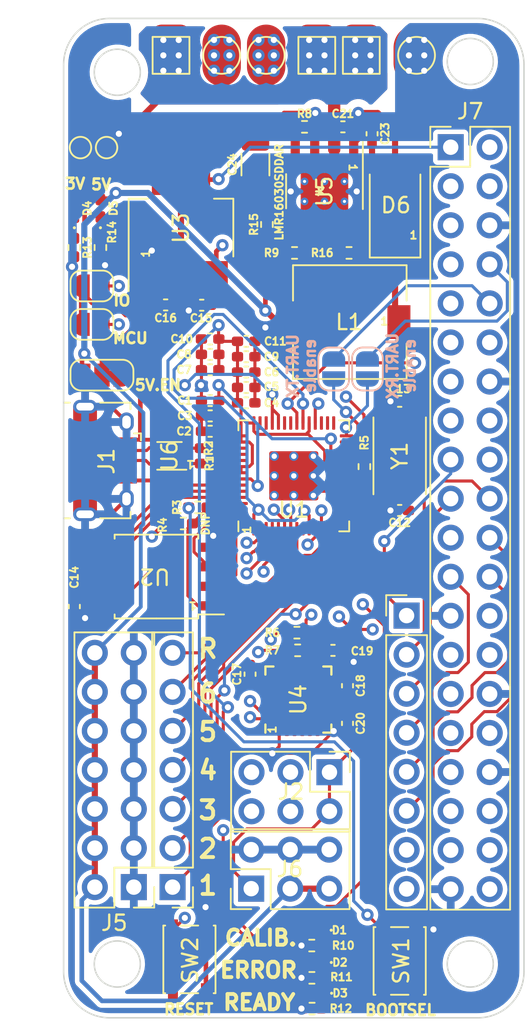
<source format=kicad_pcb>
(kicad_pcb (version 20211014) (generator pcbnew)
  (layers (0 "F.Cu" signal) (1 "In1.Cu" signal "Gnd.Cu") (2 "In2.Cu" signal "Sig.Cu") (31 "B.Cu" signal) (34 "B.Paste" user) (35 "F.Paste" user) (36 "B.SilkS" user "B.Silkscreen") (37 "F.SilkS" user "F.Silkscreen") (38 "B.Mask" user) (39 "F.Mask" user) (44 "Edge.Cuts" user))
  (net 0 "")
  (net 1 "+1V1")
  (net 2 "GND")
  (net 3 "/3V_MCU")
  (net 4 "FC_XIN")
  (net 5 "Net-(C13-Pad1)")
  (net 6 "3V3_IO")
  (net 7 "REG_5VIN")
  (net 8 "+3V3")
  (net 9 "Net-(C17-Pad1)")
  (net 10 "Net-(C18-Pad1)")
  (net 11 "VCC")
  (net 12 "Net-(C23-Pad1)")
  (net 13 "Net-(C23-Pad2)")
  (net 14 "+5V")
  (net 15 "Net-(D1-Pad1)")
  (net 16 "FC_STATUS_BLUE")
  (net 17 "Net-(D2-Pad1)")
  (net 18 "FC_STATUS_RED")
  (net 19 "Net-(D3-Pad1)")
  (net 20 "FC_STATUS_GREEN")
  (net 21 "Net-(D4-Pad1)")
  (net 22 "Net-(D5-Pad1)")
  (net 23 "FC_USB_VBUS")
  (net 24 "Net-(J1-Pad2)")
  (net 25 "Net-(J1-Pad3)")
  (net 27 "FC_UART1_TX")
  (net 28 "FC_UART1_RX")
  (net 29 "FC_UART0_TX")
  (net 30 "FC_UART0_RX")
  (net 31 "FC_SERVO_1")
  (net 32 "FC_SERVO_2")
  (net 33 "FC_SERVO_3")
  (net 34 "FC_SERVO_4")
  (net 35 "FC_SERVO_5")
  (net 36 "FC_SERVO_6")
  (net 37 "FC_RADIO_PPM")
  (net 38 "Net-(R16-Pad1)")
  (net 39 "FC_SPI0_MISO")
  (net 40 "FC_SPI0_SCK")
  (net 41 "FC_SPI0_MOSI")
  (net 42 "FC_SPI0_CS")
  (net 46 "Net-(J7-Pad8)")
  (net 48 "Net-(J7-Pad10)")
  (net 49 "DISP_RESET")
  (net 54 "DISP_VCC")
  (net 55 "DISP_BUSY")
  (net 56 "DISP_DIN")
  (net 57 "DISP_GND")
  (net 59 "DISP_DC")
  (net 60 "DISP_CLK")
  (net 61 "DISP_CS")
  (net 74 "FC_USB_D+")
  (net 75 "/USB+")
  (net 76 "FC_USB_D-")
  (net 77 "/USB-")
  (net 78 "FC_QSPI_SS")
  (net 79 "FC_BOOTSEL")
  (net 80 "FC_XOUT")
  (net 81 "FC_I2C0_SCL")
  (net 82 "FC_I2C0_SDA")
  (net 83 "Net-(R8-Pad1)")
  (net 84 "Net-(R15-Pad1)")
  (net 85 "FC_RUN")
  (net 86 "FC_SERVO_7")
  (net 87 "FC_SWCLK")
  (net 88 "FC_SWD")
  (net 89 "FC_GPIO18")
  (net 90 "FC_GPIO19")
  (net 91 "FC_GPIO20")
  (net 92 "FC_GPIO24")
  (net 93 "FC_GPIO25")
  (net 94 "FC_GPIO28_ADC2")
  (net 95 "FC_GPIO29_ADC3")
  (net 96 "FC_QSPI_SD3")
  (net 97 "FC_QSPI_SCLK")
  (net 98 "FC_QSPI_SD0")
  (net 99 "FC_QSPI_SD2")
  (net 100 "FC_QSPI_SD1")
  (footprint "Resistor_SMD:R_0402_1005Metric_Pad0.72x0.64mm_HandSolder" (layer "F.Cu") (at 112.4 58.9 -90)
    (fp_text reference "R14")
    (fp_text value "62R" hide)
  )
  (footprint "Capacitor_SMD:C_0402_1005Metric_Pad0.74x0.62mm_HandSolder" (layer "F.Cu") (at 119.55 69.85 180)
    (fp_text reference "C3")
    (fp_text value "100n" hide)
  )
  (footprint "LED_SMD:LED_0402_1005Metric_Pad0.77x0.64mm_HandSolder" (layer "F.Cu") (at 126.18 105.4 180)
    (fp_text reference "D2")
    (fp_text value "LED_R" hide)
  )
  (footprint "Resistor_SMD:R_0402_1005Metric_Pad0.72x0.64mm_HandSolder" (layer "F.Cu") (at 125.2025 83.95 180)
    (fp_text reference "R6")
    (fp_text value "4K7" hide)
  )
  (footprint "Capacitor_SMD:C_0402_1005Metric_Pad0.74x0.62mm_HandSolder" (layer "F.Cu") (at 128.2 51.05)
    (fp_text reference "C21")
    (fp_text value "4.7uF" hide)
  )
  (footprint "Capacitor_SMD:C_0402_1005Metric_Pad0.74x0.62mm_HandSolder" (layer "F.Cu") (at 119.55 64.85 180)
    (fp_text reference "C10")
    (fp_text value "100n" hide)
  )
  (footprint "Resistor_SMD:R_0402_1005Metric_Pad0.72x0.64mm_HandSolder" (layer "F.Cu") (at 125.7 51.05)
    (fp_text reference "R8")
    (fp_text value "49.9K" hide)
  )
  (footprint "Diode_SMD:D_SMA" (layer "F.Cu") (at 131.6 56.15 90)
    (fp_text reference "D6")
    (fp_text value "D_Schottky" hide)
  )
  (footprint "TestPoint:TestPoint_Pad_D1.0mm" (layer "F.Cu") (at 111.1 52.4)
    (fp_text reference "TP2" hide)
    (fp_text value "5V_BAT_Probe")
  )
  (footprint "Resistor_SMD:R_0402_1005Metric_Pad0.72x0.64mm_HandSolder" (layer "F.Cu") (at 129.6 73.15 90)
    (fp_text reference "R5")
    (fp_text value "604R" hide)
  )
  (footprint "TestPoint:TestPoint_Pad_D1.0mm" (layer "F.Cu") (at 112.8 52.4)
    (fp_text reference "TP1" hide)
    (fp_text value "GND_BAT_Probe")
  )
  (footprint "LED_SMD:LED_0402_1005Metric_Pad0.77x0.64mm_HandSolder" (layer "F.Cu") (at 126.1725 103.3 180)
    (fp_text reference "D1")
    (fp_text value "LED_B" hide)
  )
  (footprint "Resistor_SMD:R_0402_1005Metric_Pad0.72x0.64mm_HandSolder" (layer "F.Cu") (at 123.25 57.4 90)
    (fp_text reference "R15")
    (fp_text value "17.8K" hide)
  )
  (footprint "Button_Switch_SMD:SW_SPST_PTS810" (layer "F.Cu") (at 118.2 105.2 90)
    (fp_text reference "SW2")
    (fp_text value "RESET" hide)
  )
  (footprint "Resistor_SMD:R_0402_1005Metric_Pad0.72x0.64mm_HandSolder" (layer "F.Cu") (at 118.75 75.8 180)
    (fp_text reference "R3")
    (fp_text value "1k" hide)
  )
  (footprint "Capacitor_SMD:C_0402_1005Metric_Pad0.74x0.62mm_HandSolder" (layer "F.Cu") (at 127.5525 85.1 180)
    (fp_text reference "C19")
    (fp_text value "10nF" hide)
  )
  (footprint "Connector_PinHeader_2.54mm:PinHeader_2x03_P2.54mm_Vertical" (layer "F.Cu") (at 122.225 100.6 90)
    (fp_text reference "J6")
    (fp_text value "IO Power" hide)
  )
  (footprint "Button_Switch_SMD:SW_SPST_PTS810" (layer "F.Cu") (at 131.9 105.3 90)
    (fp_text reference "SW1")
    (fp_text value "BOOT_SEL" hide)
  )
  (footprint "Capacitor_SMD:C_0402_1005Metric_Pad0.74x0.62mm_HandSolder" (layer "F.Cu") (at 119.55 68.85 180)
    (fp_text reference "C1")
    (fp_text value "100n" hide)
  )
  (footprint "Capacitor_SMD:C_0402_1005Metric_Pad0.74x0.62mm_HandSolder" (layer "F.Cu") (at 119.55 66.85 180)
    (fp_text reference "C7")
    (fp_text value "100n" hide)
  )
  (footprint "Capacitor_SMD:C_0402_1005Metric_Pad0.74x0.62mm_HandSolder" (layer "F.Cu") (at 131.9 68.9 180)
    (fp_text reference "C13")
    (fp_text value "22pF" hide)
  )
  (footprint "Capacitor_SMD:C_0402_1005Metric_Pad0.74x0.62mm_HandSolder" (layer "F.Cu") (at 116.65 62.6325 180)
    (fp_text reference "C16")
    (fp_text value "10uF" hide)
  )
  (footprint "Capacitor_SMD:C_0402_1005Metric_Pad0.74x0.62mm_HandSolder" (layer "F.Cu") (at 121.9 68)
    (fp_text reference "C5")
    (fp_text value "100n" hide)
  )
  (footprint "TestPoint:TestPoint_Pad_D2.0mm" (layer "F.Cu") (at 133 46.4)
    (fp_text reference "P6" hide)
    (fp_text value "ESC2_GND")
  )
  (footprint "Capacitor_SMD:C_0402_1005Metric_Pad0.74x0.62mm_HandSolder" (layer "F.Cu") (at 110.7 82.25 -90)
    (fp_text reference "C14")
    (fp_text value "100n" hide)
  )
  (footprint "RP2040:RP2040-QFN-56" (layer "F.Cu") (at 125 73.75 90)
    (fp_text reference "U1")
    (fp_text value "RP2040" hide)
  )
  (footprint "Resistor_SMD:R_0402_1005Metric_Pad0.72x0.64mm_HandSolder" (layer "F.Cu") (at 126.18 106.4 180)
    (fp_text reference "R11")
    (fp_text value "62R" hide)
  )
  (footprint "Resistor_SMD:R_0402_1005Metric_Pad0.72x0.64mm_HandSolder" (layer "F.Cu") (at 125.2525 85.1 180)
    (fp_text reference "R7")
    (fp_text value "4K7" hide)
  )
  (footprint "LED_SMD:LED_0402_1005Metric_Pad0.77x0.64mm_HandSolder" (layer "F.Cu") (at 112.4 56.3475 90)
    (fp_text reference "D5")
    (fp_text value "LED_R" hide)
  )
  (footprint "Sensor_Motion:InvenSense_QFN-24_4x4mm_P0.5mm" (layer "F.Cu") (at 125.3 88.3 90)
    (fp_text reference "U4")
    (fp_text value "MPU-6050" hide)
  )
  (footprint "Connector_PinHeader_2.54mm:PinHeader_2x03_P2.54mm_Vertical" (layer "F.Cu") (at 127.325 93.025 -90)
    (fp_text reference "J2")
    (fp_text value "Additional IO" hide)
  )
  (footprint "Capacitor_SMD:C_0402_1005Metric_Pad0.74x0.62mm_HandSolder" (layer "F.Cu") (at 130.1 51.5 -90)
    (fp_text reference "C23")
    (fp_text value "0.1uF" hide)
  )
  (footprint "Package_SO:SOIC-8_5.23x5.23mm_P1.27mm" (layer "F.Cu") (at 116.05 80.3 180)
    (fp_text reference "U2")
    (fp_text value "W25Q128JVS" hide)
  )
  (footprint "Resistor_SMD:R_0402_1005Metric_Pad0.72x0.64mm_HandSolder" (layer "F.Cu") (at 128.6 59.25)
    (fp_text reference "R16")
    (fp_text value "49.9K" hide)
  )
  (footprint "Jumper:SolderJumper-3_P1.3mm_Bridged12_RoundedPad1.0x1.5mm_NumberLabels" (layer "F.Cu") (at 112.5 67.2 180)
    (fp_text reference "JP2" hide)
    (fp_text value "SolderJumper_3_Bridged12" hide)
  )
  (footprint "Capacitor_SMD:C_0402_1005Metric_Pad0.74x0.62mm_HandSolder" (layer "F.Cu") (at 121.9 65)
    (fp_text reference "C11")
    (fp_text value "100n" hide)
  )
  (footprint "Capacitor_SMD:C_0402_1005Metric_Pad0.74x0.62mm_HandSolder" (layer "F.Cu") (at 119 62.65 180)
    (fp_text reference "C15")
    (fp_text value "10uF" hide)
  )
  (footprint "Connector_PinHeader_2.54mm:PinHeader_1x07_P2.54mm_Vertical" (layer "F.Cu") (at 117.1 100.5 180)
    (fp_text reference "J3" hide)
    (fp_text value "Conn_01x07" hide)
  )
  (footprint "Package_TO_SOT_SMD:SOT-223-3_TabPin2" (layer "F.Cu") (at 117.65 57.6325 90)
    (fp_text reference "U3")
    (fp_text value "LD1117S33TR_SOT223" hide)
  )
  (footprint "Connector_PinHeader_2.54mm:PinHeader_2x20_P2.54mm_Vertical" (layer "F.Cu") (at 135.225 52.375)
    (fp_text reference "J7")
    (fp_text value "Conn_02x20_Odd_Even" hide)
  )
  (footprint "Connector_PinHeader_2.54mm:PinHeader_2x07_P2.54mm_Vertical" (layer "F.Cu") (at 114.575 100.5 180)
    (fp_text reference "J5")
    (fp_text value "Conn_02x07_Odd_Even" hide)
  )
  (footprint "Capacitor_SMD:C_0402_1005Metric_Pad0.74x0.62mm_HandSolder" (layer "F.Cu") (at 122.15 86.65 90)
    (fp_text reference "C17")
    (fp_text value "2.2nF" hide)
  )
  (footprint "Resistor_SMD:R_0402_1005Metric_Pad0.72x0.64mm_HandSolder" (layer "F.Cu") (at 119.5 72.95)
    (fp_text reference "R1")
    (fp_text value "27" hide)
  )
  (footprint "Crystal:Crystal_SMD_TXC_7A-2Pin_5x3.2mm" (layer "F.Cu") (at 131.9 72.45 90)
    (fp_text reference "Y1")
    (fp_text value "12MHz ±30ppm 16pF 50Ω SMD-5032_2P SMD" hide)
  )
  (footprint "TestPoint:TestPoint_Pad_D2.0mm" (layer "F.Cu") (at 120.3 46.4)
    (fp_text reference "P2" hide)
    (fp_text value "LIPO_GND")
  )
  (footprint "Capacitor_SMD:C_0402_1005Metric_Pad0.74x0.62mm_HandSolder" (layer "F.Cu") (at 119.55 65.85 180)
    (fp_text reference "C8")
    (fp_text value "100n" hide)
  )
  (footprint "Capacitor_SMD:C_1206_3216Metric" (layer "F.Cu") (at 122.5 53.5 90)
    (fp_text reference "C24")
    (fp_text value "100uF")
  )
  (footprint "Resistor_SMD:R_0402_1005Metric_Pad0.72x0.64mm_HandSolder" (layer "F.Cu") (at 126.1725 104.3 180)
    (fp_text reference "R10")
    (fp_text value "47R" hide)
  )
  (footprint "LMR16030SDDAR:LMR16030SDDAR" (layer "F.Cu") (at 127 55.25 -90)
    (fp_text reference "U5")
    (fp_text value "LMR16030SDDAR")
  )
  (footprint "Resistor_SMD:R_0402_1005Metric_Pad0.72x0.64mm_HandSolder" (layer "F.Cu") (at 110.7 58.9 -90)
    (fp_text reference "R13")
    (fp_text value "62R" hide)
  )
  (footprint "Inductor_SMD:L_7.3x7.3_H3.5" (layer "F.Cu") (at 128.65 63.75 180)
    (fp_text reference "L1")
    (fp_text value "8.2uH" hide)
  )
  (footprint "Resistor_SMD:R_0402_1005Metric_Pad0.72x0.64mm_HandSolder" (layer "F.Cu") (at 117.8 76.85)
    (fp_text reference "R4")
    (fp_text value "DNP")
  )
  (footprint "Package_TO_SOT_SMD:SOT-666" (layer "F.Cu") (at 116.9 72.45 180)
    (fp_text reference "U6")
    (fp_text value "USBLC6-2P6" hide)
  )
  (footprint "Resistor_SMD:R_0402_1005Metric_Pad0.72x0.64mm_HandSolder" (layer "F.Cu") (at 126.19 108.4 180)
    (fp_text reference "R12")
    (fp_text value "62R" hide)
  )
  (footprint "Jumper:SolderJumper-2_P1.3mm_Open_RoundedPad1.0x1.5mm" (layer "F.Cu") (at 111.85 63.9)
    (fp_text reference "JP1" hide)
    (fp_text value "MCU_EN" hide)
  )
  (footprint "Capacitor_SMD:C_0402_1005Metric_Pad0.74x0.62mm_HandSolder" (layer "F.Cu") (at 121.9 69)
    (fp_text reference "C4")
    (fp_text value "1u" hide)
  )
  (footprint "Capacitor_SMD:C_0402_1005Metric_Pad0.74x0.62mm_HandSolder" (layer "F.Cu") (at 131.9 76 180)
    (fp_text reference "C12")
    (fp_text value "22pF" hide)
  )
  (footprint "LED_SMD:LED_0402_1005Metric_Pad0.77x0.64mm_HandSolder" (layer "F.Cu") (at 126.2 107.4 180)
    (fp_text reference "D3")
    (fp_text value "LED_G" hide)
  )
  (footprint "Capacitor_SMD:C_0402_1005Metric_Pad0.74x0.62mm_HandSolder" (layer "F.Cu") (at 128.5 89.85 -90)
    (fp_text reference "C20")
    (fp_text value "0.1uF" hide)
  )
  (footprint "Capacitor_SMD:C_0402_1005Metric_Pad0.74x0.62mm_HandSolder" (layer "F.Cu") (at 128.5 87.4 90)
    (fp_text reference "C18")
    (fp_text value "0.1uF" hide)
  )
  (footprint "Connector_USB:USB_Micro-B_Amphenol_10118194_Horizontal" (layer "F.Cu") (at 112.7 72.75 -90)
    (fp_text reference "J1")
    (fp_text value "Connector_USB_B_Micro")
  )
  (footprint "Resistor_SMD:R_0402_1005Metric_Pad0.72x0.64mm_HandSolder" (layer "F.Cu") (at 125.05 59.25 180)
    (fp_text reference "R9")
    (fp_text value "100K" hide)
  )
  (footprint "Jumper:SolderJumper-2_P1.3mm_Open_RoundedPad1.0x1.5mm" (layer "F.Cu") (at 111.85 61.4)
    (fp_text reference "JP3" hide)
    (fp_text value "IO_EN" hide)
  )
  (footprint "Capacitor_SMD:C_0402_1005Metric_Pad0.74x0.62mm_HandSolder" (layer "F.Cu") (at 121.9 67)
    (fp_text reference "C6")
    (fp_text value "100n" hide)
  )
  (footprint "TestPoint:TestPoint_Pad_2.0x2.0mm" (layer "F.Cu") (at 126.5 46.4)
    (fp_text reference "P3" hide)
    (fp_text value "ESC1_VCC")
  )
  (footprint "Connector_PinHeader_2.54mm:PinHeader_1x08_P2.54mm_Vertical" (layer "F.Cu") (at 132.35 82.84)
    (fp_text reference "J8" hide)
    (fp_text value "Conn_01x08" hide)
  )
  (footprint "TestPoint:TestPoint_Pad_D2.0mm" (layer "F.Cu") (at 123.2 46.4)
    (fp_text reference "P4" hide)
    (fp_text value "ESC1_GND")
  )
  (footprint "TestPoint:TestPoint_Pad_2.0x2.0mm" (layer "F.Cu") (at 117 46.4)
    (fp_text reference "P1" hide)
    (fp_text value "LIPO_VCC")
  )
  (footprint "Capacitor_SMD:C_0402_1005Metric_Pad0.74x0.62mm_HandSolder" (layer "F.Cu") (at 119.55 70.85 180)
    (fp_text reference "C2")
    (fp_text value "1u" hide)
  )
  (footprint "TestPoint:TestPoint_Pad_2.0x2.0mm" (layer "F.Cu") (at 129.4 46.4)
    (fp_text reference "P5" hide)
    (fp_text value "ESC2_VCC")
  )
  (footprint "Capacitor_SMD:C_0402_1005Metric_Pad0.74x0.62mm_HandSolder" (layer "F.Cu") (at 121.9 66)
    (fp_text reference "C9")
    (fp_text value "100n" hide)
  )
  (footprint "Resistor_SMD:R_0402_1005Metric_Pad0.72x0.64mm_HandSolder" (layer "F.Cu") (at 119.5 71.95)
    (fp_text reference "R2")
    (fp_text value "27" hide)
  )
  (footprint "LED_SMD:LED_0402_1005Metric_Pad0.77x0.64mm_HandSolder" (layer "F.Cu") (at 110.7 56.35 90)
    (fp_text reference "D4")
    (fp_text value "LED_R" hide)
  )
  (footprint "Jumper:SolderJumper-2_P1.3mm_Open_RoundedPad1.0x1.5mm" (layer "B.Cu") (at 129.8 66.8 -90)
    (fp_text reference "JP4" hide)
    (fp_text value "SolderJumper_2_Open")
  )
  (footprint "Jumper:SolderJumper-2_P1.3mm_Open_RoundedPad1.0x1.5mm" (layer "B.Cu") (at 127.6 66.8 -90)
    (fp_text reference "JP5" hide)
    (fp_text value "SolderJumper_2_Open")
  )
  (gr_arc (start 140 106) (mid 139.12132 108.12132) (end 137 109) (layer "Edge.Cuts") (width 0.1))
  (gr_circle (center 136.5 46.8) (end 138 46.8) (layer "Edge.Cuts") (width 0.1) (fill none))
  (gr_line (start 137 44) (end 113 44) (layer "Edge.Cuts") (width 0.1))
  (gr_circle (center 113.5 47.5) (end 115 47.5) (layer "Edge.Cuts") (width 0.1) (fill none))
  (gr_line (start 110 106) (end 110 47) (layer "Edge.Cuts") (width 0.1))
  (gr_arc (start 137 44) (mid 139.12132 44.87868) (end 140 47) (layer "Edge.Cuts") (width 0.1))
  (gr_line (start 137 109) (end 113 109) (layer "Edge.Cuts") (width 0.1))
  (gr_line (start 140 47) (end 140 106) (layer "Edge.Cuts") (width 0.1))
  (gr_arc (start 113 109) (mid 110.87868 108.12132) (end 110 106) (layer "Edge.Cuts") (width 0.1))
  (gr_circle (center 113.5 105.5) (end 115 105.5) (layer "Edge.Cuts") (width 0.1) (fill none))
  (gr_arc (start 110 47) (mid 110.87868 44.87868) (end 113 44) (layer "Edge.Cuts") (width 0.1))
  (gr_circle (center 136.5 105.5) (end 138 105.5) (layer "Edge.Cuts") (width 0.1) (fill none))
  (gr_text "UART.TX\nenable" (at 125.5 66.6 90) (layer "B.SilkS") (effects (font (size 0.7 0.7) (thickness 0.175)) (justify mirror)))
  (gr_text "UART.RX\nenable" (at 132 66.6 90) (layer "B.SilkS") (effects (font (size 0.7 0.7) (thickness 0.175)) (justify mirror)))
  (gr_text "ERROR" (at 122.7 105.9) (layer "F.SilkS") (effects (font (size 1 1) (thickness 0.25))))
  (gr_text "6" (at 119.4 87.9) (layer "F.SilkS") (effects (font (size 1.2 1.2) (thickness 0.25))))
  (gr_text "1" (at 121.95 77.25 90) (layer "F.SilkS") (effects (font (size 0.5 0.5) (thickness 0.125))))
  (gr_text "READY" (at 122.75 108) (layer "F.SilkS") (effects (font (size 1 1) (thickness 0.25))))
  (gr_text "R" (at 119.4 85) (layer "F.SilkS") (effects (font (size 1.2 1.2) (thickness 0.25))))
  (gr_text "1" (at 130.9 63.7) (layer "F.SilkS") (effects (font (size 0.5 0.5) (thickness 0.125))))
  (gr_text "3" (at 119.4 95.5) (layer "F.SilkS") (effects (font (size 1.2 1.2) (thickness 0.25))))
  (gr_text "1" (at 118.4 82.2 180) (layer "F.SilkS") (effects (font (size 0.5 0.5) (thickness 0.125))))
  (gr_text "MCU" (at 114.35 64.8) (layer "F.SilkS") (effects (font (size 0.7 0.7) (thickness 0.175))))
  (gr_text "RESET" (at 118.15 108.45) (layer "F.SilkS") (effects (font (size 0.7 0.7) (thickness 0.175))))
  (gr_text "1" (at 115.35 59.3 90) (layer "F.SilkS") (effects (font (size 0.5 0.5) (thickness 0.125))))
  (gr_text "4" (at 119.4 92.9) (layer "F.SilkS") (effects (font (size 1.2 1.2) (thickness 0.25))))
  (gr_text "5" (at 119.4 90.4) (layer "F.SilkS") (effects (font (size 1.2 1.2) (thickness 0.25))))
  (gr_text "5V" (at 112.45 54.8) (layer "F.SilkS") (effects (font (size 0.7 0.7) (thickness 0.175))))
  (gr_text "BOOTSEL" (at 131.95 108.5) (layer "F.SilkS") (effects (font (size 0.7 0.7) (thickness 0.175))))
  (gr_text "1" (at 123.6 90.25 90) (layer "F.SilkS") (effects (font (size 0.5 0.5) (thickness 0.125))))
  (gr_text "1" (at 128.85 53.7 270) (layer "F.SilkS") (effects (font (size 0.5 0.5) (thickness 0.125))))
  (gr_text "2" (at 119.4 98) (layer "F.SilkS") (effects (font (size 1.2 1.2) (thickness 0.25))))
  (gr_text "IO" (at 113.8 62.35) (layer "F.SilkS") (effects (font (size 0.7 0.7) (thickness 0.175))))
  (gr_text "1" (at 119.4 100.4) (layer "F.SilkS") (effects (font (size 1.2 1.2) (thickness 0.25))))
  (gr_text "3V" (at 110.75 54.75) (layer "F.SilkS") (effects (font (size 0.7 0.7) (thickness 0.175))))
  (gr_text "1" (at 132.8 58.1) (layer "F.SilkS") (effects (font (size 0.5 0.5) (thickness 0.125))))
  (gr_text "CALIB." (at 122.85 103.8) (layer "F.SilkS") (effects (font (size 1 1) (thickness 0.25))))
  (gr_text "1" (at 118.25 73 180) (layer "F.SilkS") (effects (font (size 0.5 0.5) (thickness 0.125))))
  (gr_text "5V.EN" (at 116.15 67.85) (layer "F.SilkS") (effects (font (size 0.7 0.7) (thickness 0.175))))
  (segment (start 127.415319 72.659614) (end 127.415319 71.337955) (width 0.2) (layer "F.Cu") (net 1))
  (segment (start 128.4375 73.15) (end 127.905705 73.15) (width 0.2) (layer "F.Cu") (net 1))
  (segment (start 120.1175 69.85) (end 120.1175 70.85) (width 0.2) (layer "F.Cu") (net 1))
  (segment (start 120.1175 67.8675) (end 120.1 67.85) (width 0.2) (layer "F.Cu") (net 1))
  (segment (start 121.5625 73.95) (end 122.2 73.95) (width 0.2) (layer "F.Cu") (net 1))
  (segment (start 120.75452 71.673815) (end 120.75452 71.48702) (width 0.2) (layer "F.Cu") (net 1))
  (segment (start 122.2 73.95) (end 122.65 74.4) (width 0.2) (layer "F.Cu") (net 1))
  (segment (start 121.030705 71.95) (end 120.75452 71.673815) (width 0.2) (layer "F.Cu") (net 1))
  (segment (start 120.75452 71.48702) (end 120.1175 70.85) (width 0.2) (layer "F.Cu") (net 1))
  (segment (start 127.905705 73.15) (end 127.415319 72.659614) (width 0.2) (layer "F.Cu") (net 1))
  (segment (start 121.5625 71.95) (end 121.030705 71.95) (width 0.2) (layer "F.Cu") (net 1))
  (segment (start 120.1175 68.85) (end 120.1175 67.8675) (width 0.2) (layer "F.Cu") (net 1))
  (segment (start 120.1175 68.85) (end 120.1175 69.85) (width 0.2) (layer "F.Cu") (net 1))
  (via (at 120.1 67.85) (size 0.8) (drill 0.4) (layers "F.Cu" "B.Cu") (net 1))
  (via (at 127.415319 71.337955) (size 0.8) (drill 0.4) (layers "F.Cu" "B.Cu") (net 1))
  (via (at 122.65 74.4) (size 0.8) (drill 0.4) (layers "F.Cu" "B.Cu") (net 1))
  (segment (start 122.65 74.4) (end 122.65 70.4) (width 0.2) (layer "B.Cu") (net 1))
  (segment (start 123.587955 71.337955) (end 127.415319 71.337955) (width 0.2) (layer "B.Cu") (net 1))
  (segment (start 122.65 70.4) (end 120.1 67.85) (width 0.2) (layer "B.Cu") (net 1))
  (segment (start 122.65 70.4) (end 123.587955 71.337955) (width 0.2) (layer "B.Cu") (net 1))
  (segment (start 114.575 87.8) (end 114.575 90.34) (width 0.4) (layer "F.Cu") (net 2))
  (segment (start 112.4 59.75) (end 112.7 60.05) (width 0.3) (layer "F.Cu") (net 2))
  (segment (start 128.7675 50.5825) (end 129.2 50.15) (width 0.3) (layer "F.Cu") (net 2))
  (segment (start 111.4 73.75) (end 111.4 75.65) (width 0.25) (layer "F.Cu") (net 2))
  (segment (start 131.3325 68.9) (end 131.3 68.9) (width 0.2) (layer "F.Cu") (net 2))
  (segment (start 122.225 98.06) (end 124.765 98.06) (width 0.4) (layer "F.Cu") (net 2))
  (segment (start 110.7 82.8175) (end 111.2175 82.8175) (width 0.2) (layer "F.Cu") (net 2))
  (segment (start 111.4 71.75) (end 111.4 73.75) (width 0.25) (layer "F.Cu") (net 2))
  (segment (start 111.4 69.85) (end 111.4 71.75) (width 0.25) (layer "F.Cu") (net 2))
  (segment (start 119.65 78.395) (end 119.65 77.75) (width 0.2) (layer "F.Cu") (net 2))
  (segment (start 128.12 85.1) (end 128.15 85.1) (width 0.2) (layer "F.Cu") (net 2))
  (segment (start 124.07452 86.37452) (end 124.05 86.35) (width 0.2) (layer "F.Cu") (net 2))
  (segment (start 113.1 69.25) (end 111.4 69.25) (width 0.25) (layer "F.Cu") (net 2))
  (segment (start 113.1 76.25) (end 111.4 76.25) (width 0.25) (layer "F.Cu") (net 2))
  (segment (start 126.2975 50.2525) (end 126.4 50.15) (width 0.3) (layer "F.Cu") (net 2))
  (segment (start 127.6675 90.4175) (end 127.6 90.35) (width 0.2) (layer "F.Cu") (net 2))
  (segment (start 114.1 70.25) (end 113.1 69.25) (width 0.25) (layer "F.Cu") (net 2))
  (segment (start 114.575 95.42) (end 114.575 97.96) (width 0.4) (layer "F.Cu") (net 2))
  (segment (start 123.25 56.8) (end 124.8 55.25) (width 0.4) (layer "F.Cu") (net 2))
  (segment (start 118.9825 70.85) (end 118.9825 69.85) (width 0.2) (layer "F.Cu") (net 2))
  (segment (start 131.6 51.280791) (end 130.469209 50.15) (width 0.4) (layer "F.Cu") (net 2))
  (segment (start 114.575 92.88) (end 114.575 95.42) (width 0.4) (layer "F.Cu") (net 2))
  (segment (start 126.55 74.75) (end 126.275 75.025) (width 0.2) (layer "F.Cu") (net 2))
  (segment (start 124.765 98.06) (end 127.305 98.06) (width 0.4) (layer "F.Cu") (net 2))
  (segment (start 126.2975 51.05) (end 126.2975 50.2525) (width 0.3) (layer "F.Cu") (net 2))
  (segment (start 124.27452 87.07452) (end 124.07452 86.87452) (width 0.2) (layer "F.Cu") (net 2))
  (segment (start 119.65 77.75) (end 119.75 77.65) (width 0.2) (layer "F.Cu") (net 2))
  (segment (start 123.7825 86.0825) (end 124.05 86.35) (width 0.2) (layer "F.Cu") (net 2))
  (segment (start 123.25 56.8025) (end 123.25 56.8) (width 0.4) (layer "F.Cu") (net 2))
  (segment (start 134.075 103.225) (end 134.1 103.25) (width 0.3) (layer "F.Cu") (net 2))
  (segment (start 131.3325 76) (end 131.3 76) (width 0.2) (layer "F.Cu") (net 2))
  (segment (start 110.7 59.4975) (end 110.7 60) (width 0.2) (layer "F.Cu") (net 2))
  (segment (start 122.4675 68) (end 122.4675 67) (width 0.2) (layer "F.Cu") (net 2))
  (segment (start 127.635 57.974998) (end 127.64951 57.960488) (width 0.4) (layer "F.Cu") (net 2))
  (segment (start 131.6 54.15) (end 131.6 51.280791) (width 0.4) (layer "F.Cu") (net 2))
  (segment (start 118.9825 69.85) (end 118.9825 68.85) (width 0.2) (layer "F.Cu") (net 2))
  (segment (start 116.074022 74.05) (end 117.175489 72.948533) (width 0.25) (layer "F.Cu") (net 2))
  (segment (start 112.8 52.2995) (end 113.6 51.4995) (width 0.4) (layer "F.Cu") (net 2))
  (segment (start 115.35 59.5) (end 115.75 59.1) (width 0.3) (layer "F.Cu") (net 2))
  (segment (start 122.4675 67) (end 122.4675 66) (width 0.2) (layer "F.Cu") (net 2))
  (segment (start 125.575 104.3) (end 125.5 104.3) (width 0.2) (layer "F.Cu") (net 2))
  (segment (start 124.375 50.15) (end 126.4 50.15) (width 0.3) (layer "F.Cu") (net 2))
  (segment (start 119.275 107.275) (end 119.275 103.125) (width 0.3) (layer "F.Cu") (net 2))
  (segment (start 128.5 86.25) (end 128.9 85.85) (width 0.2) (layer "F.Cu") (net 2))
  (segment (start 127.25 87.55) (end 127.7825 87.55) (width 0.2) (layer "F.Cu") (net 2))
  (segment (start 122.4675 66) (end 122.4675 65) (width 0.2) (layer "F.Cu") (net 2))
  (segment (start 123.6 91.8) (end 126.15 91.8) (width 0.2) (layer "F.Cu") (net 2))
  (segment (start 127.268546 55.25) (end 127 55.25) (width 0.4) (layer "F.Cu") (net 2))
  (segment (start 118.9825 67.8825) (end 118.95 67.85) (width 0.2) (layer "F.Cu") (net 2))
  (segment (start 127 55.25) (end 124.8 55.25) (width 0.4) (layer "F.Cu") (net 2))
  (segment (start 128.5 86.8325) (end 128.5 86.25) (width 0.2) (layer "F.Cu") (net 2))
  (segment (start 122.5 52.025) (end 124.375 50.15) (width 0.3) (layer "F.Cu") (net 2))
  (segment (start 128.15 85.1) (end 128.9 85.85) (width 0.2) (layer "F.Cu") (net 2))
  (segment (start 132.975 107.375) (end 132.975 103.225) (width 0.3) (layer "F.Cu") (net 2))
  (segment (start 127.7825 87.55) (end 128.5 86.8325) (width 0.2) (layer "F.Cu") (net 2))
  (segment (start 112.8 52.4) (end 112.8 52.2995) (width 0.4) (layer "F.Cu") (net 2))
  (segment (start 119.275 101.825) (end 119.25 101.8) (width 0.3) (layer "F.Cu") (net 2))
  (segment (start 124.05 90.25) (end 124.05 91.35) (width 0.2) (layer "F.Cu") (net 2))
  (segment (start 118.9825 65.85) (end 118.9825 64.85) (width 0.2) (layer "F.Cu") (net 2))
  (segment (start 122.4675 64.7825) (end 123.15 64.1) (width 0.3) (layer "F.Cu") (net 2))
  (segment (start 128.7675 51.05) (end 128.7675 50.5825) (width 0.3) (layer "F.Cu") (net 2))
  (segment (start 127.64951 55.630964) (end 127.268546 55.25) (width 0.4) (layer "F.Cu") (net 2))
  (segment (start 124.07452 86.87452) (end 124.07452 86.37452) (width 0.2) (layer "F.Cu") (net 2))
  (segment (start 118.9825 68.85) (end 118.9825 67.8825) (width 0.2) (layer "F.Cu") (net 2))
  (segment (start 117.175489 72.475489) (end 117.200978 72.45) (width 0.25) (layer "F.Cu") (net 2))
  (segment (start 130.469209 50.15) (end 129.2 50.15) (width 0.4) (layer "F.Cu") (net 2))
  (segment (start 126.65 87.55) (end 126.17452 87.07452) (width 0.2) (layer "F.Cu") (net 2))
  (segment (start 110.7 60) (end 110.55 60.15) (width 0.2) (layer "F.Cu") (net 2))
  (segment (start 128.5 90.4175) (end 127.6675 90.4175) (width 0.2) (layer "F.Cu") (net 2))
  (segment (start 114.1 75.25) (end 113.1 76.25) (width 0.25) (layer "F.Cu") (net 2))
  (segment (start 126.15 91.8) (end 127.6 90.35) (width 0.2) (layer "F.Cu") (net 2))
  (segment (start 119.275 103.125) (end 119.275 101.825) (width 0.3) (layer "F.Cu") (net 2))
  (segment (start 118.4325 62.717448) (end 118.155591 62.994357) (width 0.3) (layer "F.Cu") (net 2))
  (segment (start 115.35 60.7825) (end 115.35 59.5) (width 0.3) (layer "F.Cu") (net 2))
  (segment (start 132.975 103.225) (end 134.075 103.225) (width 0.3) (layer "F.Cu") (net 2))
  (segment (start 127.64951 57.960488) (end 127.64951 55.630964) (width 0.4) (layer "F.Cu") (net 2))
  (segment (start 127 55.25) (end 129.1 55.25) (width 0.4) (layer "F.Cu") (net 2))
  (segment (start 115.35 61.9) (end 116.0825 62.6325) (width 0.3) (layer "F.Cu") (net 2))
  (segment (start 128.4375 74.75) (end 126.55 74.75) (width 0.2) (layer "F.Cu") (net 2))
  (segment (start 114.1 75.25) (end 114.1 74.05) (width 0.25) (layer "F.Cu") (net 2))
  (segment (start 115.35 60.7825) (end 115.35 61.9) (width 0.3) (layer "F.Cu") (net 2))
  (segment (start 122.15 86.0825) (end 123.7825 86.0825) (width 0.2) (layer "F.Cu") (net 2))
  (segment (start 127.25 87.55) (end 126.65 87.55) (width 0.2) (layer "F.Cu") (net 2))
  (segment (start 112.4 59.4975) (end 112.4 59.75) (width 0.3) (layer "F.Cu") (net 2))
  (segment (start 126.17452 87.07452) (end 124.27452 87.07452) (width 0.2) (layer "F.Cu") (net 2))
  (segment (start 118.9825 67.8175) (end 118.95 67.85) (width 0.2) (layer "F.Cu") (net 2))
  (segment (start 117.200978 72.45) (end 117.825 72.45) (width 0.25) (layer "F.Cu") (net 2))
  (segment (start 118.9825 66.85) (end 118.9825 67.8175) (width 0.2) (layer "F.Cu") (net 2))
  (segment (start 122.4675 65) (end 122.4675 64.7825) (width 0.3) (layer "F.Cu") (net 2))
  (segment (start 118.4325 62.65) (end 118.4325 62.717448) (width 0.3) (layer "F.Cu") (net 2))
  (segment (start 114.575 85.26) (end 114.575 87.8) (width 0.4) (layer "F.Cu") (net 2))
  (segment (start 114.575 97.96) (end 114.575 100.5) (width 0.4) (layer "F.Cu") (net 2))
  (segment (start 114.575 90.34) (end 114.575 92.88) (width 0.4) (layer "F.Cu") (net 2))
  (segment (start 122.4675 69) (end 122.4675 68) (width 0.2) (layer "F.Cu") (net 2))
  (segment (start 118.9825 65.85) (end 118.9825 66.85) (width 0.2) (layer "F.Cu") (net 2))
  (segment (start 125.5825 106.4) (end 125.5 106.4) (width 0.2) (layer "F.Cu") (net 2))
  (segment (start 111.2175 82.8175) (end 111.4 83) (width 0.2) (layer "F.Cu") (net 2))
  (segment (start 114.1 74.05) (end 116.074022 74.05) (width 0.25) (layer "F.Cu") (net 2))
  (segment (start 124.05 91.35) (end 123.6 91.8) (width 0.2) (layer "F.Cu") (net 2))
  (segment (start 117.175489 72.948533) (end 117.175489 72.475489) (width 0.25) (layer "F.Cu") (net 2))
  (segment (start 125.5925 108.4) (end 125.5 108.4) (width 0.2) (layer "F.Cu") (net 2))
  (via (at 133.5 46.4) (size 0.8) (drill 0.4) (layers "F.Cu" "B.Cu") (net 2))
  (via (at 124.8 55.25) (size 0.8) (drill 0.4) (layers "F.Cu" "B.Cu") (net 2))
  (via (at 127.6 90.35) (size 0.8) (drill 0.4) (layers "F.Cu" "B.Cu") (net 2))
  (via (at 115.75 59.1) (size 0.8) (drill 0.4) (layers "F.Cu" "B.Cu") (net 2))
  (via (at 123.7 46.4) (size 0.8) (drill 0.4) (layers "F.Cu" "B.Cu") (net 2))
  (via (at 120.8 47.4) (size 0.8) (drill 0.4) (layers "F.Cu" "B.Cu") (net 2))
  (via (at 125.5 108.4) (size 0.8) (drill 0.4) (layers "F.Cu" "B.Cu") (net 2))
  (via (at 131.3 76) (size 0.8) (drill 0.4) (layers "F.Cu" "B.Cu") (net 2))
  (via (at 129.1 55.25) (size 0.8) (drill 0.4) (layers "F.Cu" "B.Cu") (net 2))
  (via (at 129.2 50.15) (size 0.8) (drill 0.4) (layers "F.Cu" "B.Cu") (net 2))
  (via (at 125.5 106.4) (size 0.8) (drill 0.4) (layers "F.Cu" "B.Cu") (net 2))
  (via (at 132.5 45.4) (size 0.8) (drill 0.4) (layers "F.Cu" "B.Cu") (net 2))
  (via (at 118.155591 62.994357) (size 0.8) (drill 0.4) (layers "F.Cu" "B.Cu") (net 2))
  (via (at 119.25 101.8) (size 0.8) (drill 0.4) (layers "F.Cu" "B.Cu") (net 2))
  (via (at 133.5 45.4) (size 0.8) (drill 0.4) (layers "F.Cu" "B.Cu") (net 2))
  (via (at 132.5 47.4) (size 0.8) (drill 0.4) (layers "F.Cu" "B.Cu") (net 2))
  (via (at 122.7 45.4) (size 0.8) (drill 0.4) (layers "F.Cu" "B.Cu") (net 2))
  (via (at 119.75 77.65) (size 0.8) (drill 0.4) (layers "F.Cu" "B.Cu") (net 2))
  (via (at 131.3 68.9) (size 0.8) (drill 0.4) (layers "F.Cu" "B.Cu") (net 2))
  (via (at 120.8 45.4) (size 0.8) (drill 0.4) (layers "F.Cu" "B.Cu") (net 2))
  (via (at 110.55 60.15) (size 0.8) (drill 0.4) (layers "F.Cu" "B.Cu") (net 2))
  (via (at 119.8 47.4) (size 0.8) (drill 0.4) (layers "F.Cu" "B.Cu") (net 2))
  (via (at 123.6 91.8) (size 0.8) (drill 0.4) (layers "F.Cu" "B.Cu") (net 2))
  (via (at 128.9 85.85) (size 0.8) (drill 0.4) (layers "F.Cu" "B.Cu") (net 2))
  (via (at 134.1 103.25) (size 0.8) (drill 0.4) (layers "F.Cu" "B.Cu") (net 2))
  (via (at 123.7 47.4) (size 0.8) (drill 0.4) (layers "F.Cu" "B.Cu") (net 2))
  (via (at 123.15 64.1) (size 0.8) (drill 0.4) (layers "F.Cu" "B.Cu") (net 2))
  (via (at 132.5 46.4) (size 0.8) (drill 0.4) (layers "F.Cu" "B.Cu") (net 2))
  (via (at 126.4 50.15) (size 0.8) (drill 0.4) (layers "F.Cu" "B.Cu") (net 2))
  (via (at 125.5 104.3) (size 0.8) (drill 0.4) (layers "F.Cu" "B.Cu") (net 2))
  (via (at 113.6 51.4995) (size 0.8) (drill 0.4) (layers "F.Cu" "B.Cu") (net 2))
  (via (at 123.7 45.4) (size 0.8) (drill 0.4) (layers "F.Cu" "B.Cu") (net 2))
  (via (at 122.7 47.4) (size 0.8) (drill 0.4) (layers "F.Cu" "B.Cu") (net 2))
  (via (at 112.7 60.05) (size 0.8) (drill 0.4) (layers "F.Cu" "B.Cu") (net 2))
  (via (at 120.8 46.4) (size 0.8) (drill 0.4) (layers "F.Cu" "B.Cu") (net 2))
  (via (at 119.8 46.4) (size 0.8) (drill 0.4) (layers "F.Cu" "B.Cu") (net 2))
  (via (at 111.4 83) (size 0.8) (drill 0.4) (layers "F.Cu" "B.Cu") (net 2))
  (via (at 122.7 46.4) (size 0.8) (drill 0.4) (layers "F.Cu" "B.Cu") (net 2))
  (via (at 133.5 47.4) (size 0.8) (drill 0.4) (layers "F.Cu" "B.Cu") (net 2))
  (via (at 119.8 45.4) (size 0.8) (drill 0.4) (layers "F.Cu" "B.Cu") (net 2))
  (via (at 118.95 67.85) (size 0.8) (drill 0.4) (layers "F.Cu" "B.Cu") (net 2))
  (segment (start 122.4 77.1875) (end 122.4 76.250994) (width 0.2) (layer "F.Cu") (net 3))
  (segment (start 122.605225 71.04952) (end 122.4 70.844295) (width 0.2) (layer "F.Cu") (net 3))
  (segment (start 121.5625 71.15) (end 121.5625 71.55) (width 0.2) (layer "F.Cu") (net 3))
  (segment (start 126 76.32425) (end 125.696962 76.021212) (width 0.2) (layer "F.Cu") (net 3))
  (segment (start 125.794775 71.04952) (end 122.605225 71.04952) (width 0.2) (layer "F.Cu") (net 3))
  (segment (start 122.29952 71.755225) (end 122.29952 72.95048) (width 0.2) (layer "F.Cu") (net 3))
  (segment (start 122.4 70.3125) (end 121.9375 70.3125) (width 0.2) (layer "F.Cu") (net 3))
  (segment (start 122.29952 72.95048) (end 122.1 73.15) (width 0.2) (layer "F.Cu") (net 3))
  (segment (start 127.015799 72.8251) (end 127.740699 73.55) (width 0.2) (layer "F.Cu") (net 3))
  (segment (start 121.9375 70.3125) (end 121.5625 69.9375) (width 0.2) (layer "F.Cu") (net 3))
  (segment (start 121.3325 67) (end 121.3325 66) (width 0.2) (layer "F.Cu") (net 3))
  (segment (start 122.4 70.844295) (end 122.4 70.3125) (width 0.2) (layer "F.Cu") (net 3))
  (segment (start 121.3325 69) (end 121.3325 68) (width 0.2) (layer "F.Cu") (net 3))
  (segment (start 125.94952 71.04952) (end 127.015799 72.115799) (width 0.2) (layer "F.Cu") (net 3))
  (segment (start 126 77.1875) (end 126 76.32425) (width 0.2) (layer "F.Cu") (net 3))
  (segment (start 122.4 76.250994) (end 122.700994 75.95) (width 0.2) (layer "F.Cu") (net 3))
  (segment (start 121.5625 71.55) (end 122.094295 71.55) (width 0.2) (layer "F.Cu") (net 3))
  (segment (start 121.5625 71.15) (end 121.5625 69.9375) (width 0.2) (layer "F.Cu") (net 3))
  (segment (start 120.1175 64.85) (end 120.1175 65.85) (width 0.2) (layer "F.Cu") (net 3))
  (segment (start 122.1 73.15) (end 121.5625 73.15) (width 0.2) (layer "F.Cu") (net 3))
  (segment (start 120.1 63.95) (end 120.1 64.8325) (width 0.2) (layer "F.Cu") (net 3))
  (segment (start 120.1 64.8325) (end 120.1175 64.85) (width 0.2) (layer "F.Cu") (net 3))
  (segment (start 112.5 63.9) (end 113.6 63.9) (width 0.2) (layer "F.Cu") (net 3))
  (segment (start 120.1175 65.85) (end 120.1175 66.85) (width 0.2) (layer "F.Cu") (net 3))
  (segment (start 126 70.3125) (end 126 70.844295) (width 0.2) (layer "F.Cu") (net 3))
  (segment (start 125.794775 71.04952) (end 125.94952 71.04952) (width 0.2) (layer "F.Cu") (net 3))
  (segment (start 121.5625 73.55) (end 121.5625 73.15) (width 0.2) (layer "F.Cu") (net 3))
  (segment (start 127.740699 73.55) (end 128.4375 73.55) (width 0.2) (layer "F.Cu") (net 3))
  (segment (start 121.5625 69.9375) (end 121.5625 69.23) (width 0.2) (layer "F.Cu") (net 3))
  (segment (start 121.5625 69.23) (end 121.3325 69) (width 0.2) (layer "F.Cu") (net 3))
  (segment (start 120.2675 65) (end 120.1175 64.85) (width 0.2) (layer "F.Cu") (net 3))
  (segment (start 127.015799 72.115799) (end 127.015799 72.8251) (width 0.2) (layer "F.Cu") (net 3))
  (segment (start 121.3325 65) (end 120.2675 65) (width 0.2) (layer "F.Cu") (net 3))
  (segment (start 122.094295 71.55) (end 122.29952 71.755225) (width 0.2) (layer "F.Cu") (net 3))
  (segment (start 126 70.844295) (end 125.794775 71.04952) (width 0.2) (layer "F.Cu") (net 3))
  (segment (start 121.3325 68) (end 121.3325 67) (width 0.2) (layer "F.Cu") (net 3))
  (segment (start 121.3325 66) (end 121.3325 65) (width 0.2) (layer "F.Cu") (net 3))
  (via (at 120.1 63.95) (size 0.8) (drill 0.4) (layers "F.Cu" "B.Cu") (net 3))
  (via (at 122.700994 75.95) (size 0.8) (drill 0.4) (layers "F.Cu" "B.Cu") (net 3))
  (via (at 113.6 63.9) (size 0.8) (drill 0.4) (layers "F.Cu" "B.Cu") (net 3))
  (via (at 125.696962 76.021212) (size 0.8) (drill 0.4) (layers "F.Cu" "B.Cu") (net 3))
  (segment (start 117.200489 68.139748) (end 117.200489 66.849511) (width 0.2) (layer "B.Cu") (net 3))
  (segment (start 125.696962 76.021212) (end 125.068663 76.649511) (width 0.2) (layer "B.Cu") (net 3))
  (segment (start 117.760741 68.7) (end 117.200489 68.139748) (width 0.2) (layer "B.Cu") (net 3))
  (segment (start 121.950489 70.299511) (end 120.350978 68.7) (width 0.2) (layer "B.Cu") (net 3))
  (segment (start 120.350978 68.7) (end 117.760741 68.7) (width 0.2) (layer "B.Cu") (net 3))
  (segment (start 123.400505 76.649511) (end 122.700994 75.95) (width 0.2) (layer "B.Cu") (net 3))
  (segment (start 121.950489 75.199495) (end 121.950489 70.299511) (width 0.2) (layer "B.Cu") (net 3))
  (segment (start 122.700994 75.95) (end 121.950489 75.199495) (width 0.2) (layer "B.Cu") (net 3))
  (segment (start 117.200489 66.849511) (end 120.1 63.95) (width 0.2) (layer "B.Cu") (net 3))
  (segment (start 125.068663 76.649511) (end 123.400505 76.649511) (width 0.2) (layer "B.Cu") (net 3))
  (segment (start 129.195141 74.35) (end 129.249661 74.40452) (width 0.2) (layer "F.Cu") (net 4))
  (segment (start 131.9 75.4325) (end 132.4675 76) (width 0.2) (layer "F.Cu") (net 4))
  (segment (start 129.249661 74.40452) (end 131.79548 74.40452) (width 0.2) (layer "F.Cu") (net 4))
  (segment (start 128.4375 74.35) (end 129.195141 74.35) (width 0.2) (layer "F.Cu") (net 4))
  (segment (start 131.79548 74.40452) (end 131.9 74.3) (width 0.2) (layer "F.Cu") (net 4))
  (segment (start 131.9 74.3) (end 131.9 75.4325) (width 0.2) (layer "F.Cu") (net 4))
  (segment (start 129.6 72.5525) (end 129.9475 72.5525) (width 0.2) (layer "F.Cu") (net 5))
  (segment (start 131.9 70.6) (end 131.9 69.4675) (width 0.2) (layer "F.Cu") (net 5))
  (segment (start 131.9 69.4675) (end 132.4675 68.9) (width 0.2) (layer "F.Cu") (net 5))
  (segment (start 129.9475 72.5525) (end 131.9 70.6) (width 0.2) (layer "F.Cu") (net 5))
  (segment (start 126.175489 96.714511) (end 127.325 95.565) (width 0.2) (layer "F.Cu") (net 6))
  (segment (start 121.075489 99.450489) (end 121.075489 97.583856) (width 0.2) (layer "F.Cu") (net 6))
  (segment (start 112.45 82.205) (end 111.2225 82.205) (width 0.2) (layer "F.Cu") (net 6))
  (segment (start 125.85 84) (end 125.8 83.95) (width 0.2) (layer "F.Cu") (net 6))
  (segment (start 122.225 100.6) (end 121.075489 99.450489) (width 0.2) (layer "F.Cu") (net 6))
  (segment (start 127.109712 85.1) (end 127.719232 84.49048) (width 0.2) (layer "F.Cu") (net 6))
  (segment (start 127.325 93.025) (end 127.325 95.565) (width 0.2) (layer "F.Cu") (net 6))
  (segment (start 128.2675 89.05) (end 128.5 89.2825) (width 0.2) (layer "F.Cu") (net 6))
  (segment (start 126.985 85.1) (end 127.109712 85.1) (width 0.2) (layer "F.Cu") (net 6))
  (segment (start 128.529739 84.49048) (end 129.6 85.560741) (width 0.2) (layer "F.Cu") (net 6))
  (segment (start 116.60425 76.85) (end 115.752125 77.702125) (width 0.3) (layer "F.Cu") (net 6))
  (segment (start 111.2225 82.205) (end 110.7 81.6825) (width 0.2) (layer "F.Cu") (net 6))
  (segment (start 121.075489 97.583856) (end 121.944834 96.714511) (width 0.2) (layer "F.Cu") (net 6))
  (segment (start 123.6 68.45) (end 123.6 69.4) (width 0.2) (layer "F.Cu") (net 6))
  (segment (start 124 69.8) (end 123.6 69.4) (width 0.2) (layer "F.Cu") (net 6))
  (segment (start 125.8 83.95) (end 125.8 83.125566) (width 0.2) (layer "F.Cu") (net 6))
  (segment (start 121.944834 96.714511) (end 126.175489 96.714511) (width 0.2) (layer "F.Cu") (net 6))
  (segment (start 129.6 85.560741) (end 129.6 88.1825) (width 0.2) (layer "F.Cu") (net 6))
  (segment (start 126.55 85.8) (end 125.85 85.1) (width 0.2) (layer "F.Cu") (net 6))
  (segment (start 126.55 85.535) (end 126.985 85.1) (width 0.2) (layer "F.Cu") (net 6))
  (segment (start 127.25 89.05) (end 128.2675 89.05) (width 0.2) (layer "F.Cu") (net 6))
  (segment (start 127.325 93.025) (end 129.25 91.1) (width 0.2) (layer "F.Cu") (net 6))
  (segment (start 126.55 86.35) (end 126.55 85.8) (width 0.2) (layer "F.Cu") (net 6))
  (segment (start 126.55 86.35) (end 126.55 85.535) (width 0.2) (layer "F.Cu") (net 6))
  (segment (start 127.719232 84.49048) (end 128.529739 84.49048) (width 0.2) (layer "F.Cu") (net 6))
  (segment (start 117.2025 78.3975) (end 113.395 82.205) (width 0.2) (layer "F.Cu") (net 6))
  (segment (start 112.5 61.4) (end 113.6 61.4) (width 0.2) (layer "F.Cu") (net 6))
  (segment (start 123.6 69.4) (end 123.6 70.3125) (width 0.2) (layer "F.Cu") (net 6))
  (segment (start 129.25 90.0325) (end 128.5 89.2825) (width 0.2) (layer "F.Cu") (net 6))
  (segment (start 129.6 88.1825) (end 128.5 89.2825) (width 0.2) (layer "F.Cu") (net 6))
  (segment (start 117.2025 76.85) (end 116.60425 76.85) (width 0.3) (layer "F.Cu") (net 6))
  (segment (start 113.395 82.205) (end 112.45 82.205) (width 0.2) (layer "F.Cu") (net 6))
  (segment (start 124 70.3125) (end 124 69.8) (width 0.2) (layer "F.Cu") (net 6))
  (segment (start 129.25 91.1) (end 129.25 90.0325) (width 0.2) (layer "F.Cu") (net 6))
  (segment (start 125.8 83.125566) (end 126.145137 82.780429) (width 0.2) (layer "F.Cu") (net 6))
  (segment (start 125.85 85.1) (end 125.85 84) (width 0.2) (layer "F.Cu") (net 6))
  (segment (start 117.2025 76.85) (end 117.2025 78.3975) (width 0.2) (layer "F.Cu") (net 6))
  (via (at 123.6 68.45) (size 0.8) (drill 0.4) (layers "F.Cu" "B.Cu") (net 6))
  (via (at 117.9 67.85) (size 0.8) (drill 0.4) (layers "F.Cu" "B.Cu") (net 6))
  (via (at 113.6 61.4) (size 0.8) (drill 0.4) (layers "F.Cu" "B.Cu") (net 6))
  (via (at 115.752125 77.702125) (size 0.8) (drill 0.4) (layers "F.Cu" "B.Cu") (net 6))
  (via (at 126.145137 82.780429) (size 0.8) (drill 0.4) (layers "F.Cu" "B.Cu") (net 6))
  (segment (start 117.9 67.85) (end 118.599511 67.150489) (width 0.2) (layer "B.Cu") (net 6))
  (segment (start 118.599511 67.150489) (end 122.300489 67.150489) (width 0.2) (layer "B.Cu") (net 6))
  (segment (start 122.300489 67.150489) (end 123.6 68.45) (width 0.2) (layer "B.Cu") (net 6))
  (segment (start 112.5 67.2) (end 112.5 66.7) (width 0.25) (layer "F.Cu") (net 7))
  (segment (start 112.5 66.15) (end 114.85 63.8) (width 0.3) (layer "F.Cu") (net 7))
  (segment (start 119.95 62.2675) (end 119.5675 62.65) (width 0.3) (layer "F.Cu") (net 7))
  (segment (start 119.95 59.15) (end 120.35 58.75) (width 0.3) (layer "F.Cu") (net 7))
  (segment (start 119.95 60.7825) (end 119.95 59.15) (width 0.3) (layer "F.Cu") (net 7))
  (segment (start 114.85 63.8) (end 118.4175 63.8) (width 0.3) (layer "F.Cu") (net 7))
  (segment (start 118.4175 63.8) (end 119.5675 62.65) (width 0.3) (layer "F.Cu") (net 7))
  (segment (start 119.95 60.7825) (end 119.95 62.2675) (width 0.3) (layer "F.Cu") (net 7))
  (segment (start 112.5 67.2) (end 112.5 66.15) (width 0.3) (layer "F.Cu") (net 7))
  (via (at 120.35 58.75) (size 0.8) (drill 0.4) (layers "F.Cu" "B.Cu") (net 7))
  (segment (start 114.05199 63.29202) (end 113.25949 62.49952) (width 0.3) (layer "F.Cu") (net 8))
  (segment (start 120.0675 54.4825) (end 120.1 54.45) (width 0.3) (layer "F.Cu") (net 8))
  (segment (start 117.65 60.7825) (end 117.65 62.2) (width 0.3) (layer "F.Cu") (net 8))
  (segment (start 111.36952 56.44702) (end 110.7 55.7775) (width 0.3) (layer "F.Cu") (net 8))
  (segment (start 111.855224 62.49952) (end 111.2 61.844296) (width 0.3) (layer "F.Cu") (net 8))
  (segment (start 117.65 62.2) (end 117.2175 62.6325) (width 0.3) (layer "F.Cu") (net 8))
  (segment (start 117.2175 62.6325) (end 116.55798 63.29202) (width 0.3) (layer "F.Cu") (net 8))
  (segment (start 117.65 54.4825) (end 120.0675 54.4825) (width 0.3) (layer "F.Cu") (net 8))
  (segment (start 117.65 54.4825) (end 117.65 60.7825) (width 0.4) (layer "F.Cu") (net 8))
  (segment (start 116.55798 63.29202) (end 114.05199 63.29202) (width 0.3) (layer "F.Cu") (net 8))
  (segment (start 111.2 63.9) (end 111.2 61.4) (width 0.4) (layer "F.Cu") (net 8))
  (segment (start 113.25949 62.49952) (end 111.855224 62.49952) (width 0.3) (layer "F.Cu") (net 8))
  (segment (start 111.2 61.844296) (end 111.2 61.4) (width 0.3) (layer "F.Cu") (net 8))
  (segment (start 111.36952 61.23048) (end 111.36952 56.44702) (width 0.3) (layer "F.Cu") (net 8))
  (segment (start 111.2 61.4) (end 111.36952 61.23048) (width 0.3) (layer "F.Cu") (net 8))
  (via (at 120.1 54.45) (size 0.8) (drill 0.4) (layers "F.Cu" "B.Cu") (net 8))
  (segment (start 135.225 52.375) (end 122.175 52.375) (width 0.2) (layer "B.Cu") (net 8))
  (segment (start 122.175 52.375) (end 120.1 54.45) (width 0.2) (layer "B.Cu") (net 8))
  (segment (start 122.4825 87.55) (end 122.15 87.2175) (width 0.2) (layer "F.Cu") (net 9))
  (segment (start 123.35 87.55) (end 122.4825 87.55) (width 0.2) (layer "F.Cu") (net 9))
  (segment (start 127.25 88.05) (end 128.4175 88.05) (width 0.2) (layer "F.Cu") (net 10))
  (segment (start 128.4175 88.05) (end 128.5 87.9675) (width 0.2) (layer "F.Cu") (net 10))
  (segment (start 127.6325 49.0325) (end 126 47.4) (width 0.8) (layer "F.Cu") (net 11))
  (segment (start 127.6325 51.05) (end 127.6325 49.0325) (width 0.8) (layer "F.Cu") (net 11))
  (segment (start 116.5 49) (end 116.5 47.4) (width 0.4) (layer "F.Cu") (net 11))
  (segment (start 111.1 52.4) (end 112.8 50.7) (width 0.4) (layer "F.Cu") (net 11))
  (segment (start 114.8 50.7) (end 116.5 49) (width 0.4) (layer "F.Cu") (net 11))
  (segment (start 127.635 51.0525) (end 127.6325 51.05) (width 0.8) (layer "F.Cu") (net 11))
  (segment (start 112.8 50.7) (end 114.8 50.7) (width 0.4) (layer "F.Cu") (net 11))
  (segment (start 127.635 52.524999) (end 127.635 51.0525) (width 0.8) (layer "F.Cu") (net 11))
  (via (at 130 45.4) (size 0.8) (drill 0.4) (layers "F.Cu" "B.Cu") (net 11))
  (via (at 130 47.4) (size 0.8) (drill 0.4) (layers "F.Cu" "B.Cu") (net 11))
  (via (at 129 45.4) (size 0.8) (drill 0.4) (layers "F.Cu" "B.Cu") (net 11))
  (via (at 129 46.4) (size 0.8) (drill 0.4) (layers "F.Cu" "B.Cu") (net 11))
  (via (at 116.5 47.4) (size 0.8) (drill 0.4) (layers "F.Cu" "B.Cu") (net 11))
  (via (at 116.5 46.4) (size 0.8) (drill 0.4) (layers "F.Cu" "B.Cu") (net 11))
  (via (at 127 45.4) (size 0.8) (drill 0.4) (layers "F.Cu" "B.Cu") (net 11))
  (via (at 129 47.4) (size 0.8) (drill 0.4) (layers "F.Cu" "B.Cu") (net 11))
  (via (at 127 47.4) (size 0.8) (drill 0.4) (layers "F.Cu" "B.Cu") (net 11))
  (via (at 117.5 45.4) (size 0.8) (drill 0.4) (layers "F.Cu" "B.Cu") (net 11))
  (via (at 126 47.4) (size 0.8) (drill 0.4) (layers "F.Cu" "B.Cu") (net 11))
  (via (at 116.5 45.4) (size 0.8) (drill 0.4) (layers "F.Cu" "B.Cu") (net 11))
  (via (at 117.5 47.4) (size 0.8) (drill 0.4) (layers "F.Cu" "B.Cu") (net 11))
  (via (at 127 46.4) (size 0.8) (drill 0.4) (layers "F.Cu" "B.Cu") (net 11))
  (via (at 117.5 46.4) (size 0.8) (drill 0.4) (layers "F.Cu" "B.Cu") (net 11))
  (via (at 126 46.4) (size 0.8) (drill 0.4) (layers "F.Cu" "B.Cu") (net 11))
  (via (at 126 45.4) (size 0.8) (drill 0.4) (layers "F.Cu" "B.Cu") (net 11))
  (via (at 130 46.4) (size 0.8) (drill 0.4) (layers "F.Cu" "B.Cu") (net 11))
  (segment (start 130.083291 50.9325) (end 128.905 52.110791) (width 0.4) (layer "F.Cu") (net 12))
  (segment (start 130.1 50.9325) (end 130.083291 50.9325) (width 0.4) (layer "F.Cu") (net 12))
  (segment (start 128.905 52.110791) (end 128.905 52.524999) (width 0.4) (layer "F.Cu") (net 12))
  (segment (start 131.424998 57.974998) (end 131.6 58.15) (width 0.4) (layer "F.Cu") (net 13))
  (segment (start 130.1 56.65) (end 131.6 58.15) (width 0.4) (layer "F.Cu") (net 13))
  (segment (start 128.905 57.974998) (end 131.424998 57.974998) (width 0.4) (layer "F.Cu") (net 13))
  (segment (start 131.6 58.15) (end 131.6 63.5) (width 0.4) (layer "F.Cu") (net 13))
  (segment (start 130.1 52.0675) (end 130.1 56.65) (width 0.4) (layer "F.Cu") (net 13))
  (segment (start 131.6 63.5) (end 131.85 63.75) (width 0.4) (layer "F.Cu") (net 13))
  (segment (start 112.035 95.42) (end 112.035 97.96) (width 0.4) (layer "F.Cu") (net 14))
  (segment (start 122.5 58.37557) (end 124.32443 60.2) (width 0.3) (layer "F.Cu") (net 14))
  (segment (start 111.2 67.2) (end 111.2 65.95) (width 0.3) (layer "F.Cu") (net 14))
  (segment (start 112.035 92.88) (end 112.035 95.42) (width 0.4) (layer "F.Cu") (net 14))
  (segment (start 129.1975 59.25) (end 128.47798 59.96952) (width 0.4) (layer "F.Cu") (net 14))
  (segment (start 122.5 54.975) (end 122.5 58.37557) (width 0.3) (layer "F.Cu") (net 14))
  (segment (start 123.18068 63) (end 123.93068 63.75) (width 0.4) (layer "F.Cu") (net 14))
  (segment (start 123.15 61.7475) (end 124.6975 60.2) (width 0.3) (layer "F.Cu") (net 14))
  (segment (start 112.035 85.26) (end 112.035 87.8) (width 0.4) (layer "F.Cu") (net 14))
  (segment (start 123.15 63) (end 123.15 61.7475) (width 0.3) (layer "F.Cu") (net 14))
  (segment (start 124.6975 60.2) (end 125.6475 59.25) (width 0.3) (layer "F.Cu") (net 14))
  (segment (start 128.47798 59.96952) (end 126.36702 59.96952) (width 0.4) (layer "F.Cu") (net 14))
  (segment (start 112.035 97.96) (end 112.035 100.5) (width 0.4) (layer "F.Cu") (net 14))
  (segment (start 123.93068 63.75) (end 125.45 63.75) (width 0.4) (layer "F.Cu") (net 14))
  (segment (start 127.305 100.6) (end 124.765 100.6) (width 0.4) (layer "F.Cu") (net 14))
  (segment (start 124.32443 60.2) (end 124.6975 60.2) (width 0.3) (layer "F.Cu") (net 14))
  (segment (start 112.975 55.775) (end 113.4 55.35) (width 0.4) (layer "F.Cu") (net 14))
  (segment (start 112.035 90.34) (end 112.035 92.88) (width 0.4) (layer "F.Cu") (net 14))
  (segment (start 126.36702 59.96952) (end 125.6475 59.25) (width 0.4) (layer "F.Cu") (net 14))
  (segment (start 111.2 65.95) (end 111.35 65.8) (width 0.3) (layer "F.Cu") (net 14))
  (segment (start 112.4 55.775) (end 112.975 55.775) (width 0.4) (layer "F.Cu") (net 14))
  (segment (start 112.035 87.8) (end 112.035 90.34) (width 0.4) (layer "F.Cu") (net 14))
  (via (at 113.4 55.35) (size 0.8) (drill 0.4) (layers "F.Cu" "B.Cu") (net 14))
  (via (at 123.15 63) (size 0.8) (drill 0.4) (layers "F.Cu" "B.Cu") (net 14))
  (via (at 111.35 65.8) (size 0.8) (drill 0.4) (layers "F.Cu" "B.Cu") (net 14))
  (segment (start 115.027614 82.267386) (end 112.035 85.26) (width 0.25) (layer "B.Cu") (net 14))
  (segment (start 111.35 65.8) (end 115.2 69.65) (width 0.25) (layer "B.Cu") (net 14))
  (segment (start 115.2 76.9) (end 115.027614 77.072386) (width 0.25) (layer "B.Cu") (net 14))
  (segment (start 111.35 57.4) (end 113.4 55.35) (width 0.4) (layer "B.Cu") (net 14))
  (segment (start 111.185 101.35) (end 111.185 106.585) (width 0.3) (layer "B.Cu") (net 14))
  (segment (start 115.2 69.65) (end 115.2 76.9) (width 0.25) (layer "B.Cu") (net 14))
  (segment (start 115.027614 77.072386) (end 115.027614 82.267386) (width 0.25) (layer "B.Cu") (net 14))
  (segment (start 117.465 107.9) (end 124.765 100.6) (width 0.3) (layer "B.Cu") (net 14))
  (segment (start 115.5 55.35) (end 113.4 55.35) (width 0.4) (layer "B.Cu") (net 14))
  (segment (start 111.185 106.585) (end 112.5 107.9) (width 0.3) (layer "B.Cu") (net 14))
  (segment (start 111.35 65.8) (end 111.35 57.4) (width 0.4) (layer "B.Cu") (net 14))
  (segment (start 123.15 63) (end 115.5 55.35) (width 0.4) (layer "B.Cu") (net 14))
  (segment (start 112.035 100.5) (end 111.185 101.35) (width 0.3) (layer "B.Cu") (net 14))
  (segment (start 112.5 107.9) (end 117.465 107.9) (width 0.3) (layer "B.Cu") (net 14))
  (segment (start 126.77 104.3) (end 126.77 103.325) (width 0.2) (layer "F.Cu") (net 15))
  (segment (start 126.77 103.325) (end 126.745 103.3) (width 0.2) (layer "F.Cu") (net 15))
  (segment (start 127.150489 101.749511) (end 127.781144 101.749511) (width 0.2) (layer "F.Cu") (net 16))
  (segment (start 130.9 83.5) (end 129.5 82.1) (width 0.2) (layer "F.Cu") (net 16))
  (segment (start 130.9 98.630655) (end 130.9 83.5) (width 0.2) (layer "F.Cu") (net 16))
  (segment (start 125.2 70.3125) (end 125.2 69.639259) (width 0.2) (layer "F.Cu") (net 16))
  (segment (start 127.25 66.4) (end 124.6 69.05) (width 0.2) (layer "F.Cu") (net 16))
  (segment (start 132.9 66.4) (end 127.25 66.4) (width 0.2) (layer "F.Cu") (net 16))
  (segment (start 125.6 103.3) (end 127.150489 101.749511) (width 0.2) (layer "F.Cu") (net 16))
  (segment (start 127.781144 101.749511) (end 130.9 98.630655) (width 0.2) (layer "F.Cu") (net 16))
  (segment (start 125.2 69.639259) (end 124.610741 69.05) (width 0.2) (layer "F.Cu") (net 16))
  (segment (start 124.610741 69.05) (end 124.6 69.05) (width 0.2) (layer "F.Cu") (net 16))
  (via (at 132.9 66.4) (size 0.8) (drill 0.4) (layers "F.Cu" "B.Cu") (net 16))
  (via (at 124.6 69.05) (size 0.8) (drill 0.4) (layers "F.Cu" "B.Cu") (net 16))
  (via (at 129.5 82.1) (size 0.8) (drill 0.4) (layers "F.Cu" "B.Cu") (net 16))
  (segment (start 126.7775 106.4) (end 126.7775 105.425) (width 0.2) (layer "F.Cu") (net 17))
  (segment (start 126.7775 105.425) (end 126.7525 105.4) (width 0.2) (layer "F.Cu") (net 17))
  (segment (start 126.4 70.3125) (end 126.4 69.249503) (width 0.2) (layer "F.Cu") (net 18))
  (segment (start 125.6075 105.4) (end 124.075747 105.4) (width 0.2) (layer "F.Cu") (net 18))
  (segment (start 127.943668 82.9) (end 128.783779 83.740111) (width 0.2) (layer "F.Cu") (net 18))
  (segment (start 120.4 101.724253) (end 120.4 96.8) (width 0.2) (layer "F.Cu") (net 18))
  (segment (start 126.4 69.249503) (end 126.599503 69.05) (width 0.2) (layer "F.Cu") (net 18))
  (segment (start 128.783779 83.740111) (end 130.140111 83.740111) (width 0.2) (layer "F.Cu") (net 18))
  (segment (start 124.075747 105.4) (end 120.4 101.724253) (width 0.2) (layer "F.Cu") (net 18))
  (via (at 127.943668 82.9) (size 0.8) (drill 0.4) (layers "F.Cu" "B.Cu") (net 18))
  (via (at 126.599503 69.05) (size 0.8) (drill 0.4) (layers "F.Cu" "B.Cu") (net 18))
  (via (at 120.4 96.8) (size 0.8) (drill 0.4) (layers "F.Cu" "B.Cu") (net 18))
  (via (at 130.140111 83.740111) (size 0.8) (drill 0.4) (layers "F.Cu" "B.Cu") (net 18))
  (segment (start 126.7875 108.4) (end 126.7875 107.415) (width 0.2) (layer "F.Cu") (net 19))
  (segment (start 126.7875 107.415) (end 126.7725 107.4) (width 0.2) (layer "F.Cu") (net 19))
  (segment (start 125.510741 107.4) (end 119.949511 101.83877) (width 0.2) (layer "F.Cu") (net 20))
  (segment (start 119.949511 101.83877) (end 119.949511 101.449511) (width 0.2) (layer "F.Cu") (net 20))
  (segment (start 118.9 100.4) (end 118.9 97.290012) (width 0.2) (layer "F.Cu") (net 20))
  (segment (start 125.6 70.3125) (end 125.6 69.05) (width 0.2) (layer "F.Cu") (net 20))
  (segment (start 118.9 97.290012) (end 120.4051 95.784912) (width 0.2) (layer "F.Cu") (net 20))
  (segment (start 120.4051 89.09998) (end 120.70508 88.8) (width 0.2) (layer "F.Cu") (net 20))
  (segment (start 125.6275 107.4) (end 125.510741 107.4) (width 0.2) (layer "F.Cu") (net 20))
  (segment (start 119.949511 101.449511) (end 118.9 100.4) (width 0.2) (layer "F.Cu") (net 20))
  (segment (start 120.4051 95.784912) (end 120.4051 89.09998) (width 0.2) (layer "F.Cu") (net 20))
  (via (at 125.6 69.05) (size 0.8) (drill 0.4) (layers "F.Cu" "B.Cu") (net 20))
  (via (at 120.70508 88.8) (size 0.8) (drill 0.4) (layers "F.Cu" "B.Cu") (net 20))
  (segment (start 116.800969 68.305234) (end 116.800969 66.259772) (width 0.2) (layer "B.Cu") (net 20))
  (segment (start 118.849511 87.058122) (end 118.849511 70.353776) (width 0.2) (layer "B.Cu") (net 20))
  (segment (start 120.70508 88.8) (end 120.591389 88.8) (width 0.2) (layer "B.Cu") (net 20))
  (segment (start 125.6 68.460741) (end 125.6 69.05) (width 0.2) (layer "B.Cu") (net 20))
  (segment (start 116.800969 66.259772) (end 119.810252 63.250489) (width 0.2) (layer "B.Cu") (net 20))
  (segment (start 120.591389 88.8) (end 118.849511 87.058122) (width 0.2) (layer "B.Cu") (net 20))
  (segment (start 120.389748 63.250489) (end 125.6 68.460741) (width 0.2) (layer "B.Cu") (net 20))
  (segment (start 118.849511 70.353776) (end 116.800969 68.305234) (width 0.2) (layer "B.Cu") (net 20))
  (segment (start 119.810252 63.250489) (end 120.389748 63.250489) (width 0.2) (layer "B.Cu") (net 20))
  (segment (start 110.7 58.3025) (end 110.7 56.9225) (width 0.3) (layer "F.Cu") (net 21))
  (segment (start 112.4 58.3025) (end 112.4 56.92) (width 0.3) (layer "F.Cu") (net 22))
  (segment (start 116.450489 71.400489) (end 116.624511 71.574511) (width 0.25) (layer "F.Cu") (net 23))
  (segment (start 116.5 72.45) (end 115.975 72.45) (width 0.25) (layer "F.Cu") (net 23))
  (segment (start 115.000489 71.400489) (end 116.450489 71.400489) (width 0.25) (layer "F.Cu") (net 23))
  (segment (start 114.149511 71.400489) (end 115.000489 71.400489) (width 0.25) (layer "F.Cu") (net 23))
  (segment (start 115.000489 68.400489) (end 115.000489 71.400489) (width 0.3) (layer "F.Cu") (net 23))
  (segment (start 113.8 67.2) (end 115.000489 68.400489) (width 0.3) (layer "F.Cu") (net 23))
  (segment (start 114.1 71.45) (end 114.149511 71.400489) (width 0.25) (layer "F.Cu") (net 23))
  (segment (start 116.624511 71.574511) (end 116.624511 72.325489) (width 0.25) (layer "F.Cu") (net 23))
  (segment (start 116.624511 72.325489) (end 116.5 72.45) (width 0.25) (layer "F.Cu") (net 23))
  (segment (start 115.6 71.9125) (end 115.4125 72.1) (width 0.2) (layer "F.Cu") (net 24))
  (segment (start 115.4125 72.1) (end 114.1 72.1) (width 0.2) (layer "F.Cu") (net 24))
  (segment (start 116.05 71.9125) (end 115.6 71.9125) (width 0.2) (layer "F.Cu") (net 24))
  (segment (start 116.05 72.9875) (end 115.6 72.9875) (width 0.2) (layer "F.Cu") (net 25))
  (segment (start 115.6 72.9875) (end 115.3625 72.75) (width 0.2) (layer "F.Cu") (net 25))
  (segment (start 115.3625 72.75) (end 114.1 72.75) (width 0.2) (layer "F.Cu") (net 25))
  (segment (start 126.4 77.722034) (end 125.8995 78.222534) (width 0.2) (layer "F.Cu") (net 27))
  (segment (start 126.4 77.1875) (end 126.4 77.722034) (width 0.2) (layer "F.Cu") (net 27))
  (via (at 125.8995 78.222534) (size 0.8) (drill 0.4) (layers "F.Cu" "B.Cu") (net 27))
  (segment (start 126.8 77.1875) (end 126.8 76) (width 0.2) (layer "F.Cu") (net 28))
  (via (at 126.8 76) (size 0.8) (drill 0.4) (layers "F.Cu" "B.Cu") (net 28))
  (segment (start 129.17452 70.37452) (end 128.4 69.6) (width 0.2) (layer "F.Cu") (net 29))
  (segment (start 128.4375 71.55) (end 129 71.55) (width 0.2) (layer "F.Cu") (net 29))
  (segment (start 129.17452 71.37548) (end 129.17452 70.37452) (width 0.2) (layer "F.Cu") (net 29))
  (segment (start 129 71.55) (end 129.17452 71.37548) (width 0.2) (layer "F.Cu") (net 29))
  (via (at 128.4 69.6) (size 0.8) (drill 0.4) (layers "F.Cu" "B.Cu") (net 29))
  (segment (start 128.4 69.6) (end 127.6 68.8) (width 0.2) (layer "B.Cu") (net 29))
  (segment (start 127.6 68.8) (end 127.6 67.45) (width 0.2) (layer "B.Cu") (net 29))
  (segment (start 128.4375 70.6375) (end 128.4 70.6) (width 0.2) (layer "F.Cu") (net 30))
  (segment (start 128.4375 71.15) (end 128.4375 70.6375) (width 0.2) (layer "F.Cu") (net 30))
  (via (at 128.4 70.6) (size 0.8) (drill 0.4) (layers "F.Cu" "B.Cu") (net 30))
  (segment (start 129.8 69.189259) (end 129.8 67.45) (width 0.2) (layer "B.Cu") (net 30))
  (segment (start 128.4 70.6) (end 128.4 70.589259) (width 0.2) (layer "B.Cu") (net 30))
  (segment (start 128.4 70.589259) (end 129.8 69.189259) (width 0.2) (layer "B.Cu") (net 30))
  (segment (start 118.249511 97.375495) (end 120.005579 95.619427) (width 0.2) (layer "F.Cu") (net 31))
  (segment (start 120.00558 95.619426) (end 120.00558 89.95) (width 0.2) (layer "F.Cu") (net 31))
  (segment (start 129.380012 75.15) (end 128.4375 75.15) (width 0.2) (layer "F.Cu") (net 31))
  (segment (start 129.99904 77.937283) (end 129.999038 75.769026) (width 0.2) (layer "F.Cu") (net 31))
  (segment (start 120.00558 88.177718) (end 120.481973 87.701325) (width 0.2) (layer "F.Cu") (net 31))
  (segment (start 120.005579 95.619427) (end 120.00558 95.619426) (width 0.2) (layer "F.Cu") (net 31))
  (segment (start 117.1 100.5) (end 118.249511 99.350489) (width 0.2) (layer "F.Cu") (net 31))
  (segment (start 125.115957 82.748316) (end 125.188007 82.748316) (width 0.2) (layer "F.Cu") (net 31))
  (segment (start 120.00558 89.95) (end 120.00558 88.177718) (width 0.2) (layer "F.Cu") (net 31))
  (segment (start 129.999038 75.769026) (end 129.380012 75.15) (width 0.2) (layer "F.Cu") (net 31))
  (segment (start 125.188007 82.748316) (end 129.99904 77.937283) (width 0.2) (layer "F.Cu") (net 31))
  (segment (start 118.249511 99.350489) (end 118.249511 97.375495) (width 0.2) (layer "F.Cu") (net 31))
  (via (at 120.481973 87.701325) (size 0.8) (drill 0.4) (layers "F.Cu" "B.Cu") (net 31))
  (via (at 125.115957 82.748316) (size 0.8) (drill 0.4) (layers "F.Cu" "B.Cu") (net 31))
  (segment (start 124.15677 82.748316) (end 125.115957 82.748316) (width 0.2) (layer "B.Cu") (net 31))
  (segment (start 120.481973 86.423113) (end 124.15677 82.748316) (width 0.2) (layer "B.Cu") (net 31))
  (segment (start 120.481973 87.701325) (end 120.481973 86.423113) (width 0.2) (layer "B.Cu") (net 31))
  (segment (start 120.830579 86.363475) (end 120.830579 86.044451) (width 0.2) (layer "F.Cu") (net 32))
  (segment (start 126.245498 80.629532) (end 126.741786 80.629531) (width 0.2) (layer "F.Cu") (net 32))
  (segment (start 129.215006 75.55) (end 128.4375 75.55) (width 0.2) (layer "F.Cu") (net 32))
  (segment (start 126.741786 80.629531) (end 129.59952 77.771797) (width 0.2) (layer "F.Cu") (net 32))
  (segment (start 117.1 97.96) (end 119.60606 95.45394) (width 0.2) (layer "F.Cu") (net 32))
  (segment (start 119.60606 87.587994) (end 120.830579 86.363475) (width 0.2) (layer "F.Cu") (net 32))
  (segment (start 129.59952 77.771797) (end 129.599519 75.934513) (width 0.2) (layer "F.Cu") (net 32))
  (segment (start 129.599519 75.934513) (end 129.215006 75.55) (width 0.2) (layer "F.Cu") (net 32))
  (segment (start 120.830579 86.044451) (end 126.245498 80.629532) (width 0.2) (layer "F.Cu") (net 32))
  (segment (start 119.60606 95.45394) (end 119.60606 87.587994) (width 0.2) (layer "F.Cu") (net 32))
  (segment (start 129.2 77.606311) (end 129.2 76.1) (width 0.2) (layer "F.Cu") (net 33))
  (segment (start 126.576299 80.230012) (end 129.2 77.606311) (width 0.2) (layer "F.Cu") (net 33))
  (segment (start 117.1 95.42) (end 119.206541 93.313459) (width 0.2) (layer "F.Cu") (net 33))
  (segment (start 129.2 76.1) (end 129.05 75.95) (width 0.2) (layer "F.Cu") (net 33))
  (segment (start 120.43106 85.878964) (end 126.080012 80.230012) (width 0.2) (layer "F.Cu") (net 33))
  (segment (start 129.05 75.95) (end 128.4375 75.95) (width 0.2) (layer "F.Cu") (net 33))
  (segment (start 119.206541 93.313459) (end 119.206541 87.422507) (width 0.2) (layer "F.Cu") (net 33))
  (segment (start 126.080012 80.230012) (end 126.576299 80.230012) (width 0.2) (layer "F.Cu") (net 33))
  (segment (start 119.206541 87.422507) (end 120.43106 86.197988) (width 0.2) (layer "F.Cu") (net 33))
  (segment (start 120.43106 86.197988) (end 120.43106 85.878964) (width 0.2) (layer "F.Cu") (net 33))
  (segment (start 128.4375 77.803805) (end 128.4375 76.35) (width 0.2) (layer "F.Cu") (net 34))
  (segment (start 118.807021 87.257021) (end 120.031541 86.032501) (width 0.2) (layer "F.Cu") (net 34))
  (segment (start 120.031541 86.032501) (end 120.031541 85.713477) (width 0.2) (layer "F.Cu") (net 34))
  (segment (start 125.972509 79.772509) (end 126.468796 79.772509) (width 0.2) (layer "F.Cu") (net 34))
  (segment (start 118.807021 91.172979) (end 118.807021 87.257021) (width 0.2) (layer "F.Cu") (net 34))
  (segment (start 117.1 92.88) (end 118.807021 91.172979) (width 0.2) (layer "F.Cu") (net 34))
  (segment (start 120.031541 85.713477) (end 125.972509 79.772509) (width 0.2) (layer "F.Cu") (net 34))
  (segment (start 126.468796 79.772509) (end 128.4375 77.803805) (width 0.2) (layer "F.Cu") (net 34))
  (segment (start 126.336293 79.340006) (end 127.599519 78.07678) (width 0.2) (layer "F.Cu") (net 35))
  (segment (start 127.599519 77.187981) (end 127.6 77.1875) (width 0.2) (layer "F.Cu") (net 35))
  (segment (start 127.599519 78.07678) (end 127.599519 77.187981) (width 0.2) (layer "F.Cu") (net 35))
  (segment (start 118.407502 89.032498) (end 118.407502 87.057504) (width 0.2) (layer "F.Cu") (net 35))
  (segment (start 119.632022 85.832984) (end 119.632022 85.54799) (width 0.2) (layer "F.Cu") (net 35))
  (segment (start 119.632022 85.54799) (end 125.840006 79.340006) (width 0.2) (layer "F.Cu") (net 35))
  (segment (start 118.407502 87.057504) (end 119.632022 85.832984) (width 0.2) (layer "F.Cu") (net 35))
  (segment (start 125.840006 79.340006) (end 126.336293 79.340006) (width 0.2) (layer "F.Cu") (net 35))
  (segment (start 117.1 90.34) (end 118.407502 89.032498) (width 0.2) (layer "F.Cu") (net 35))
  (segment (start 126.189248 78.922045) (end 127.2 77.911293) (width 0.2) (layer "F.Cu") (net 36))
  (segment (start 127.2 77.911293) (end 127.2 77.1875) (width 0.2) (layer "F.Cu") (net 36))
  (segment (start 119.232503 85.382503) (end 125.692961 78.922045) (width 0.2) (layer "F.Cu") (net 36))
  (segment (start 119.232503 85.667497) (end 119.232503 85.382503) (width 0.2) (layer "F.Cu") (net 36))
  (segment (start 125.692961 78.922045) (end 126.189248 78.922045) (width 0.2) (layer "F.Cu") (net 36))
  (segment (start 117.1 87.8) (end 119.232503 85.667497) (width 0.2) (layer "F.Cu") (net 36))
  (segment (start 125.2 77.1875) (end 125.2 78.85) (width 0.2) (layer "F.Cu") (net 37))
  (segment (start 118.79 85.26) (end 117.1 85.26) (width 0.2) (layer "F.Cu") (net 37))
  (segment (start 125.2 78.85) (end 118.79 85.26) (width 0.2) (layer "F.Cu") (net 37))
  (segment (start 126.365 58.529019) (end 127.085981 59.25) (width 0.4) (layer "F.Cu") (net 38))
  (segment (start 127.085981 59.25) (end 128.0025 59.25) (width 0.4) (layer "F.Cu") (net 38))
  (segment (start 126.365 57.974998) (end 126.365 58.529019) (width 0.4) (layer "F.Cu") (net 38))
  (segment (start 122.8 77.719295) (end 122.469295 78.05) (width 0.2) (layer "F.Cu") (net 39))
  (segment (start 122.8 77.1875) (end 122.8 77.719295) (width 0.2) (layer "F.Cu") (net 39))
  (segment (start 122.469295 78.05) (end 122.419295 78.1) (width 0.2) (layer "F.Cu") (net 39))
  (segment (start 122.419295 78.1) (end 121.9245 78.1) (width 0.2) (layer "F.Cu") (net 39))
  (via (at 121.9245 78.1) (size 0.8) (drill 0.4) (layers "F.Cu" "B.Cu") (net 39))
  (segment (start 123.6 78.423506) (end 121.9245 80.099006) (width 0.2) (layer "F.Cu") (net 40))
  (segment (start 123.6 77.1875) (end 123.6 78.423506) (width 0.2) (layer "F.Cu") (net 40))
  (via (at 121.9245 80.099006) (size 0.8) (drill 0.4) (layers "F.Cu" "B.Cu") (net 40))
  (segment (start 124 78.6) (end 123.031375 79.568625) (width 0.2) (layer "F.Cu") (net 41))
  (segment (start 124 77.1875) (end 124 78.6) (width 0.2) (layer "F.Cu") (net 41))
  (segment (start 123.031375 79.568625) (end 123.031375 79.981375) (width 0.2) (layer "F.Cu") (net 41))
  (via (at 123.031375 79.981375) (size 0.8) (drill 0.4) (layers "F.Cu" "B.Cu") (net 41))
  (segment (start 122.342123 78.68188) (end 121.9245 79.099503) (width 0.2) (layer "F.Cu") (net 42))
  (segment (start 122.402421 78.68188) (end 122.342123 78.68188) (width 0.2) (layer "F.Cu") (net 42))
  (segment (start 123.2 77.884301) (end 122.402421 78.68188) (width 0.2) (layer "F.Cu") (net 42))
  (segment (start 123.2 77.1875) (end 123.2 77.884301) (width 0.2) (layer "F.Cu") (net 42))
  (via (at 121.9245 79.099503) (size 0.8) (drill 0.4) (layers "F.Cu" "B.Cu") (net 42))
  (segment (start 132.265489 63.684511) (end 138.241144 63.684511) (width 0.2) (layer "B.Cu") (net 46))
  (segment (start 138.914511 61.144511) (end 137.765 59.995) (width 0.2) (layer "B.Cu") (net 46))
  (segment (start 138.241144 63.684511) (end 138.914511 63.011144) (width 0.2) (layer "B.Cu") (net 46))
  (segment (start 129.8 66.15) (end 132.265489 63.684511) (width 0.2) (layer "B.Cu") (net 46))
  (segment (start 138.914511 63.011144) (end 138.914511 61.144511) (width 0.2) (layer "B.Cu") (net 46))
  (segment (start 127.6 66.15) (end 132.364511 61.385489) (width 0.2) (layer "B.Cu") (net 48))
  (segment (start 132.364511 61.385489) (end 136.615489 61.385489) (width 0.2) (layer "B.Cu") (net 48))
  (segment (start 136.615489 61.385489) (end 137.765 62.535) (width 0.2) (layer "B.Cu") (net 48))
  (segment (start 132.35 82.84) (end 130.9 81.39) (width 0.2) (layer "F.Cu") (net 54))
  (segment (start 130.9 81.39) (end 130.9 78) (width 0.2) (layer "F.Cu") (net 54))
  (via (at 130.9 78) (size 0.8) (drill 0.4) (layers "F.Cu" "B.Cu") (net 54))
  (segment (start 135.225 73.609345) (end 135.225 72.695) (width 0.2) (layer "B.Cu") (net 54))
  (segment (start 130.9 78) (end 130.9 77.934345) (width 0.2) (layer "B.Cu") (net 54))
  (segment (start 130.9 77.934345) (end 135.225 73.609345) (width 0.2) (layer "B.Cu") (net 54))
  (segment (start 133.899031 86.370969) (end 132.35 87.92) (width 0.2) (layer "F.Cu") (net 56))
  (segment (start 135.225 75.235) (end 133.899031 76.560969) (width 0.2) (layer "F.Cu") (net 56))
  (segment (start 133.899031 76.560969) (end 133.899031 86.370969) (width 0.2) (layer "F.Cu") (net 56))
  (segment (start 133.499511 75.334834) (end 134.748856 74.085489) (width 0.2) (layer "F.Cu") (net 57))
  (segment (start 133.499511 84.230489) (end 133.499511 75.334834) (width 0.2) (layer "F.Cu") (net 57))
  (segment (start 136.615489 74.085489) (end 137.765 75.235) (width 0.2) (layer "F.Cu") (net 57))
  (segment (start 134.748856 74.085489) (end 136.615489 74.085489) (width 0.2) (layer "F.Cu") (net 57))
  (segment (start 132.35 85.38) (end 133.499511 84.230489) (width 0.2) (layer "F.Cu") (net 57))
  (segment (start 136.6 89.9) (end 137.415489 89.084511) (width 0.2) (layer "F.Cu") (net 59))
  (segment (start 134.075489 93.814511) (end 134.075489 92.524511) (width 0.2) (layer "F.Cu") (net 59))
  (segment (start 134.075489 92.524511) (end 134.975489 91.624511) (width 0.2) (layer "F.Cu") (net 59))
  (segment (start 137.415489 89.084511) (end 138.241144 89.084511) (width 0.2) (layer "F.Cu") (net 59))
  (segment (start 135.701144 91.624511) (end 136.6 90.725655) (width 0.2) (layer "F.Cu") (net 59))
  (segment (start 138.241144 89.084511) (end 139.399519 87.926136) (width 0.2) (layer "F.Cu") (net 59))
  (segment (start 136.6 90.725655) (end 136.6 89.9) (width 0.2) (layer "F.Cu") (net 59))
  (segment (start 132.35 95.54) (end 134.075489 93.814511) (width 0.2) (layer "F.Cu") (net 59))
  (segment (start 139.399519 79.409519) (end 137.765 77.775) (width 0.2) (layer "F.Cu") (net 59))
  (segment (start 139.399519 87.926136) (end 139.399519 79.409519) (width 0.2) (layer "F.Cu") (net 59))
  (segment (start 134.975489 91.624511) (end 135.701144 91.624511) (width 0.2) (layer "F.Cu") (net 59))
  (segment (start 134 87.5) (end 134.955489 86.544511) (width 0.2) (layer "F.Cu") (net 60))
  (segment (start 134 88.81) (end 134 87.5) (width 0.2) (layer "F.Cu") (net 60))
  (segment (start 136.374511 81.464511) (end 135.225 80.315) (width 0.2) (layer "F.Cu") (net 60))
  (segment (start 136.374511 85.871144) (end 136.374511 81.464511) (width 0.2) (layer "F.Cu") (net 60))
  (segment (start 132.35 90.46) (end 134 88.81) (width 0.2) (layer "F.Cu") (net 60))
  (segment (start 134.955489 86.544511) (end 135.701144 86.544511) (width 0.2) (layer "F.Cu") (net 60))
  (segment (start 135.701144 86.544511) (end 136.374511 85.871144) (width 0.2) (layer "F.Cu") (net 60))
  (segment (start 138.241144 86.544511) (end 139 85.785655) (width 0.2) (layer "F.Cu") (net 61))
  (segment (start 132.35 93) (end 134.075489 91.274511) (width 0.2) (layer "F.Cu") (net 61))
  (segment (start 136.615489 87.384511) (end 137.455489 86.544511) (width 0.2) (layer "F.Cu") (net 61))
  (segment (start 139 81.55) (end 137.765 80.315) (width 0.2) (layer "F.Cu") (net 61))
  (segment (start 136.615489 88.170166) (end 136.615489 87.384511) (width 0.2) (layer "F.Cu") (net 61))
  (segment (start 139 85.785655) (end 139 81.55) (width 0.2) (layer "F.Cu") (net 61))
  (segment (start 137.455489 86.544511) (end 138.241144 86.544511) (width 0.2) (layer "F.Cu") (net 61))
  (segment (start 135.685655 89.1) (end 136.615489 88.170166) (width 0.2) (layer "F.Cu") (net 61))
  (segment (start 134.974345 89.1) (end 135.685655 89.1) (width 0.2) (layer "F.Cu") (net 61))
  (segment (start 134.075489 89.998856) (end 134.974345 89.1) (width 0.2) (layer "F.Cu") (net 61))
  (segment (start 134.075489 91.274511) (end 134.075489 89.998856) (width 0.2) (layer "F.Cu") (net 61))
  (segment (start 117.7875 72.95) (end 117.75 72.9875) (width 0.2) (layer "F.Cu") (net 74))
  (segment (start 118.9025 72.95) (end 117.7875 72.95) (width 0.2) (layer "F.Cu") (net 74))
  (segment (start 121.5625 72.75) (end 120.2975 72.75) (width 0.2) (layer "F.Cu") (net 75))
  (segment (start 120.2975 72.75) (end 120.0975 72.95) (width 0.2) (layer "F.Cu") (net 75))
  (segment (start 117.7875 71.95) (end 117.75 71.9125) (width 0.2) (layer "F.Cu") (net 76))
  (segment (start 118.9025 71.95) (end 117.7875 71.95) (width 0.2) (layer "F.Cu") (net 76))
  (segment (start 120.4975 72.35) (end 120.0975 71.95) (width 0.2) (layer "F.Cu") (net 77))
  (segment (start 121.5625 72.35) (end 120.4975 72.35) (width 0.2) (layer "F.Cu") (net 77))
  (segment (start 118.10048 77.14702) (end 118.10048 81.55048) (width 0.2) (layer "F.Cu") (net 78))
  (segment (start 118.3975 76.85) (end 118.10048 77.14702) (width 0.2) (layer "F.Cu") (net 78))
  (segment (start 119.815717 82.205) (end 120.857503 81.163214) (width 0.2) (layer "F.Cu") (net 78))
  (segment (start 119.3475 75.8) (end 119.3475 75.9) (width 0.2) (layer "F.Cu") (net 78))
  (segment (start 121.225 80.190006) (end 121.225 76.6875) (width 0.2) (layer "F.Cu") (net 78))
  (segment (start 120.857503 81.163214) (end 120.857503 80.557503) (width 0.2) (layer "F.Cu") (net 78))
  (segment (start 120.857503 80.557503) (end 121.225 80.190006) (width 0.2) (layer "F.Cu") (net 78))
  (segment (start 118.755 82.205) (end 119.65 82.205) (width 0.2) (layer "F.Cu") (net 78))
  (segment (start 119.65 82.205) (end 119.815717 82.205) (width 0.2) (layer "F.Cu") (net 78))
  (segment (start 119.3475 75.9) (end 118.3975 76.85) (width 0.2) (layer "F.Cu") (net 78))
  (segment (start 118.10048 81.55048) (end 118.755 82.205) (width 0.2) (layer "F.Cu") (net 78))
  (segment (start 121.225 76.6875) (end 121.5625 76.35) (width 0.2) (layer "F.Cu") (net 78))
  (segment (start 130.825 107.375) (end 130.825 103.225) (width 0.3) (layer "F.Cu") (net 79))
  (segment (start 118.1525 75.847) (end 118.15 75.8495) (width 0.2) (layer "F.Cu") (net 79))
  (segment (start 130.725 103.225) (end 129.8 102.3) (width 0.2) (layer "F.Cu") (net 79))
  (segment (start 130.825 103.225) (end 130.725 103.225) (width 0.2) (layer "F.Cu") (net 79))
  (segment (start 118.1525 75.8) (end 118.1525 75.847) (width 0.2) (layer "F.Cu") (net 79))
  (via (at 118.15 75.8495) (size 0.8) (drill 0.4) (layers "F.Cu" "B.Cu") (net 79))
  (via (at 129.8 102.3) (size 0.8) (drill 0.4) (layers "F.Cu" "B.Cu") (net 79))
  (segment (start 118.249511 87.549511) (end 118.249511 75.949011) (width 0.2) (layer "B.Cu") (net 79))
  (segment (start 128.9 92.300978) (end 127.648533 91.049511) (width 0.2) (layer "B.Cu") (net 79))
  (segment (start 129.8 102.3) (end 128.9 101.4) (width 0.2) (layer "B.Cu") (net 79))
  (segment (start 118.249511 75.949011) (end 118.15 75.8495) (width 0.2) (layer "B.Cu") (net 79))
  (segment (start 121.749511 91.049511) (end 118.249511 87.549511) (width 0.2) (layer "B.Cu") (net 79))
  (segment (start 128.9 101.4) (end 128.9 92.300978) (width 0.2) (layer "B.Cu") (net 79))
  (segment (start 127.648533 91.049511) (end 121.749511 91.049511) (width 0.2) (layer "B.Cu") (net 79))
  (segment (start 129.3975 73.95) (end 129.6 73.7475) (width 0.2) (layer "F.Cu") (net 80))
  (segment (start 128.4375 73.95) (end 129.3975 73.95) (width 0.2) (layer "F.Cu") (net 80))
  (segment (start 122.8 89.05) (end 122.15 88.4) (width 0.2) (layer "F.Cu") (net 81))
  (segment (start 124.605 83.95) (end 123.9505 83.95) (width 0.2) (layer "F.Cu") (net 81))
  (segment (start 123.9505 83.95) (end 123.5 84.4005) (width 0.2) (layer "F.Cu") (net 81))
  (segment (start 124.8 77.1875) (end 124.8 76.05) (width 0.2) (layer "F.Cu") (net 81))
  (segment (start 124.8 76.05) (end 124.7 75.95) (width 0.2) (layer "F.Cu") (net 81))
  (segment (start 123.35 89.05) (end 122.8 89.05) (width 0.2) (layer "F.Cu") (net 81))
  (via (at 122.15 88.4) (size 0.8) (drill 0.4) (layers "F.Cu" "B.Cu") (net 81))
  (via (at 123.5 84.4005) (size 0.8) (drill 0.4) (layers "F.Cu" "B.Cu") (net 81))
  (via (at 124.7 75.95) (size 0.8) (drill 0.4) (layers "F.Cu" "B.Cu") (net 81))
  (segment (start 122.25 89.55) (end 122.15 89.45) (width 0.2) (layer "F.Cu") (net 82))
  (segment (start 124.4 76.649503) (end 123.700497 75.95) (width 0.2) (layer "F.Cu") (net 82))
  (segment (start 123.35 89.55) (end 122.25 89.55) (width 0.2) (layer "F.Cu") (net 82))
  (segment (start 122.794345 85.1) (end 122.679399 85.214946) (width 0.2) (layer "F.Cu") (net 82))
  (segment (start 124.655 85.1) (end 122.794345 85.1) (width 0.2) (layer "F.Cu") (net 82))
  (segment (start 124.4 77.1875) (end 124.4 76.649503) (width 0.2) (layer "F.Cu") (net 82))
  (via (at 122.679399 85.214946) (size 0.8) (drill 0.4) (layers "F.Cu" "B.Cu") (net 82))
  (via (at 123.700497 75.95) (size 0.8) (drill 0.4) (layers "F.Cu" "B.Cu") (net 82))
  (via (at 122.15 89.45) (size 0.8) (drill 0.4) (layers "F.Cu" "B.Cu") (net 82))
  (segment (start 125.095 52.524999) (end 125.095 51.0575) (width 0.4) (layer "F.Cu") (net 83))
  (segment (start 125.095 51.0575) (end 125.1025 51.05) (width 0.4) (layer "F.Cu") (net 83))
  (segment (start 125.095 57.974998) (end 125.095 58.6075) (width 0.4) (layer "F.Cu") (net 84))
  (segment (start 123.25 57.9975) (end 123.25 58.0475) (width 0.4) (layer "F.Cu") (net 84))
  (segment (start 123.25 58.0475) (end 124.4525 59.25) (width 0.4) (layer "F.Cu") (net 84))
  (segment (start 125.095 58.6075) (end 124.4525 59.25) (width 0.4) (layer "F.Cu") (net 84))
  (segment (start 117.275 103.125) (end 117.9 102.5) (width 0.2) (layer "F.Cu") (net 85))
  (segment (start 117.125 103.125) (end 117.275 103.125) (width 0.2) (layer "F.Cu") (net 85))
  (segment (start 117.125 107.275) (end 117.125 103.125) (width 0.3) (layer "F.Cu") (net 85))
  (segment (start 129.574039 69.774536) (end 128.4 68.600497) (width 0.2) (layer "F.Cu") (net 85))
  (segment (start 129.574039 71.540967) (end 129.574039 69.774536) (width 0.2) (layer "F.Cu") (net 85))
  (segment (start 128.4375 71.95) (end 129.165006 71.95) (width 0.2) (layer "F.Cu") (net 85))
  (segment (start 129.165006 71.95) (end 129.574039 71.540967) (width 0.2) (layer "F.Cu") (net 85))
  (via (at 117.9 102.5) (size 0.8) (drill 0.4) (layers "F.Cu" "B.Cu") (net 85))
  (via (at 128.4 68.600497) (size 0.8) (drill 0.4) (layers "F.Cu" "B.Cu") (net 85))
  (segment (start 111.543796 77.300481) (end 114.034513 77.300481) (width 0.2) (layer "F.Cu") (net 96))
  (segment (start 110.95 79.600717) (end 110.95 77.894277) (width 0.2) (layer "F.Cu") (net 96))
  (segment (start 110.95 77.894277) (end 111.543796 77.300481) (width 0.2) (layer "F.Cu") (net 96))
  (segment (start 112.45 80.935) (end 112.284283 80.935) (width 0.2) (layer "F.Cu") (net 96))
  (segment (start 116.984994 74.35) (end 121.5625 74.35) (width 0.2) (layer "F.Cu") (net 96))
  (segment (start 112.284283 80.935) (end 110.95 79.600717) (width 0.2) (layer "F.Cu") (net 96))
  (segment (start 114.034513 77.300481) (end 116.984994 74.35) (width 0.2) (layer "F.Cu") (net 96))
  (segment (start 112.45 79.665) (end 112.284283 79.665) (width 0.2) (layer "F.Cu") (net 97))
  (segment (start 111.709283 77.7) (end 114.2 77.7) (width 0.2) (layer "F.Cu") (net 97))
  (segment (start 111.35048 78.058803) (end 111.709283 77.7) (width 0.2) (layer "F.Cu") (net 97))
  (segment (start 112.284283 79.665) (end 111.35048 78.731197) (width 0.2) (layer "F.Cu") (net 97))
  (segment (start 117.15 74.75) (end 121.5625 74.75) (width 0.2) (layer "F.Cu") (net 97))
  (segment (start 111.35048 78.731197) (end 111.35048 78.058803) (width 0.2) (layer "F.Cu") (net 97))
  (segment (start 114.2 77.7) (end 117.15 74.75) (width 0.2) (layer "F.Cu") (net 97))
  (segment (start 112.45 78.395) (end 114.070006 78.395) (width 0.2) (layer "F.Cu") (net 98))
  (segment (start 114.070006 78.395) (end 117.315006 75.15) (width 0.2) (layer "F.Cu") (net 98))
  (segment (start 117.315006 75.15) (end 121.5625 75.15) (width 0.2) (layer "F.Cu") (net 98))
  (segment (start 119.465 79.665) (end 118.5 78.7) (width 0.2) (layer "F.Cu") (net 99))
  (segment (start 119.65 79.665) (end 119.465 79.665) (width 0.2) (layer "F.Cu") (net 99))
  (segment (start 120.760972 75.55) (end 121.5625 75.55) (width 0.2) (layer "F.Cu") (net 99))
  (segment (start 118.5 77.810972) (end 120.760972 75.55) (width 0.2) (layer "F.Cu") (net 99))
  (segment (start 118.5 78.7) (end 118.5 77.810972) (width 0.2) (layer "F.Cu") (net 99))
  (segment (start 120.82548 76.050498) (end 120.925978 75.95) (width 0.2) (layer "F.Cu") (net 100))
  (segment (start 119.915 80.935) (end 120.82548 80.02452) (width 0.2) (layer "F.Cu") (net 100))
  (segment (start 120.925978 75.95) (end 121.5625 75.95) (width 0.2) (layer "F.Cu") (net 100))
  (segment (start 120.82548 80.02452) (end 120.82548 76.050498) (width 0.2) (layer "F.Cu") (net 100))
  (segment (start 119.65 80.935) (end 119.915 80.935) (width 0.2) (layer "F.Cu") (net 100))
  (zone (net 11) (net_name "VCC") (layer "F.Cu") (connect_pads yes (clearance 0.508)) (min_thickness 0.254) (fill yes (thermal_gap 0.508) (thermal_bridge_width 0.508) (smoothing chamfer) (radius 1))
    (polygon (pts (xy 131.1 49.6) (xy 114.9 49.6) (xy 114.9 42.9) (xy 131.1 42.9)))
  )
  (zone (net 11) (net_name "VCC") (layer "B.Cu") (connect_pads yes (clearance 0.508)) (min_thickness 0.254) (fill yes (thermal_gap 0.508) (thermal_bridge_width 0.508) (smoothing chamfer) (radius 1))
    (polygon (pts (xy 131.1 42.9) (xy 131.1 49.6) (xy 114.9 49.6) (xy 114.9 42.8)))
  )
  (zone (net 2) (net_name "GND") (layer "B.Cu") (connect_pads (clearance 0.3)) (min_thickness 0.254) (fill yes (thermal_gap 0.508) (thermal_bridge_width 0.508) (smoothing fillet) (radius 2))
    (polygon (pts (xy 114.4 50.1) (xy 131.6 50.1) (xy 131.6 42.9) (xy 140.1 43.3) (xy 140.2 109) (xy 109.4 109.2) (xy 109.9 42.8) (xy 114.4 42.8)))
  )
)
</source>
